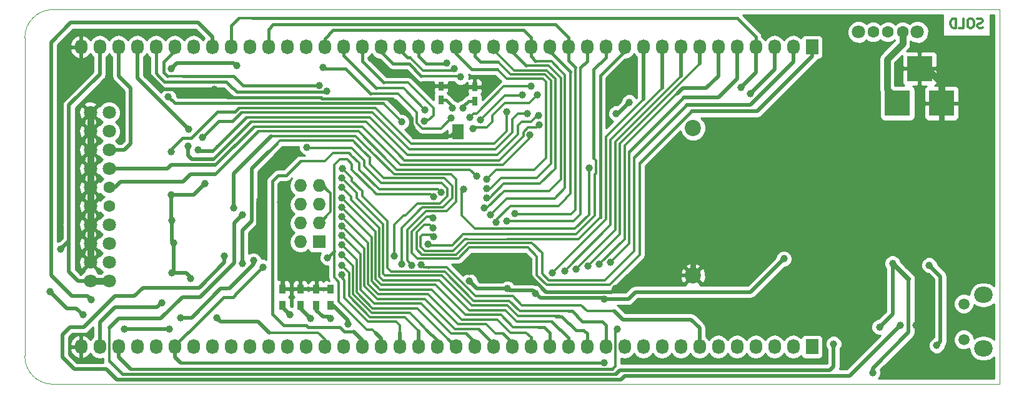
<source format=gbl>
G04 #@! TF.FileFunction,Copper,L2,Bot,Signal*
%FSLAX46Y46*%
G04 Gerber Fmt 4.6, Leading zero omitted, Abs format (unit mm)*
G04 Created by KiCad (PCBNEW 4.0.1-stable) date 9/28/2017 6:23:12 PM*
%MOMM*%
G01*
G04 APERTURE LIST*
%ADD10C,0.150000*%
%ADD11C,0.100000*%
%ADD12C,0.300000*%
%ADD13C,1.500000*%
%ADD14O,2.500000X2.200000*%
%ADD15R,1.727200X1.727200*%
%ADD16O,1.727200X1.727200*%
%ADD17C,1.000760*%
%ADD18R,1.600000X2.000000*%
%ADD19C,2.200000*%
%ADD20R,0.750000X1.200000*%
%ADD21R,3.500120X3.500120*%
%ADD22R,1.727200X2.032000*%
%ADD23O,1.727200X2.032000*%
%ADD24C,1.800000*%
%ADD25C,1.600000*%
%ADD26R,0.900000X1.200000*%
%ADD27C,1.000000*%
%ADD28C,0.508000*%
%ADD29C,0.304800*%
%ADD30C,0.381000*%
%ADD31C,0.889000*%
%ADD32C,0.635000*%
%ADD33C,0.254000*%
%ADD34C,0.762000*%
G04 APERTURE END LIST*
D10*
D11*
X220980000Y-127127000D02*
X220980000Y-120015000D01*
D12*
X218712142Y-83699048D02*
X218530714Y-83759524D01*
X218228333Y-83759524D01*
X218107380Y-83699048D01*
X218046904Y-83638571D01*
X217986428Y-83517619D01*
X217986428Y-83396667D01*
X218046904Y-83275714D01*
X218107380Y-83215238D01*
X218228333Y-83154762D01*
X218470237Y-83094286D01*
X218591190Y-83033810D01*
X218651666Y-82973333D01*
X218712142Y-82852381D01*
X218712142Y-82731429D01*
X218651666Y-82610476D01*
X218591190Y-82550000D01*
X218470237Y-82489524D01*
X218167857Y-82489524D01*
X217986428Y-82550000D01*
X217200237Y-82489524D02*
X216958333Y-82489524D01*
X216837380Y-82550000D01*
X216716428Y-82670952D01*
X216655952Y-82912857D01*
X216655952Y-83336190D01*
X216716428Y-83578095D01*
X216837380Y-83699048D01*
X216958333Y-83759524D01*
X217200237Y-83759524D01*
X217321190Y-83699048D01*
X217442142Y-83578095D01*
X217502618Y-83336190D01*
X217502618Y-82912857D01*
X217442142Y-82670952D01*
X217321190Y-82550000D01*
X217200237Y-82489524D01*
X215506904Y-83759524D02*
X216111666Y-83759524D01*
X216111666Y-82489524D01*
X215083571Y-83759524D02*
X215083571Y-82489524D01*
X214781190Y-82489524D01*
X214599762Y-82550000D01*
X214478809Y-82670952D01*
X214418333Y-82791905D01*
X214357857Y-83033810D01*
X214357857Y-83215238D01*
X214418333Y-83457143D01*
X214478809Y-83578095D01*
X214599762Y-83699048D01*
X214781190Y-83759524D01*
X215083571Y-83759524D01*
D11*
X220980000Y-120015000D02*
X220980000Y-81280000D01*
X220980000Y-132080000D02*
X220980000Y-127127000D01*
X92710000Y-81280000D02*
X218440000Y-81280000D01*
X92710000Y-132080000D02*
X220980000Y-132080000D01*
X88900000Y-85090000D02*
X88900000Y-128270000D01*
X88900000Y-128270000D02*
G75*
G03X92710000Y-132080000I3810000J0D01*
G01*
X92710000Y-81280000D02*
G75*
G03X88900000Y-85090000I0J-3810000D01*
G01*
X218440000Y-81280000D02*
X220980000Y-81280000D01*
D13*
X216154000Y-126021400D03*
D14*
X218804000Y-127221400D03*
D13*
X216154000Y-121171400D03*
D14*
X218804000Y-119971400D03*
D15*
X128778000Y-112776000D03*
D16*
X126238000Y-112776000D03*
X128778000Y-110236000D03*
X126238000Y-110236000D03*
X128778000Y-107696000D03*
X126238000Y-107696000D03*
X128778000Y-105156000D03*
X126238000Y-105156000D03*
D17*
X146824700Y-94615000D03*
X148323300Y-94615000D03*
D18*
X147574000Y-97865000D03*
D19*
X179451000Y-97348040D03*
X179451000Y-117348000D03*
D20*
X149860000Y-93660000D03*
X149860000Y-91760000D03*
X145288000Y-93533000D03*
X145288000Y-91633000D03*
D21*
X207159860Y-93980000D03*
X213159340Y-93980000D03*
X210159600Y-89281000D03*
D22*
X195580000Y-86360000D03*
D23*
X193040000Y-86360000D03*
X190500000Y-86360000D03*
X187960000Y-86360000D03*
X185420000Y-86360000D03*
X182880000Y-86360000D03*
X180340000Y-86360000D03*
X177800000Y-86360000D03*
X175260000Y-86360000D03*
X172720000Y-86360000D03*
X170180000Y-86360000D03*
X167640000Y-86360000D03*
X165100000Y-86360000D03*
X162560000Y-86360000D03*
X160020000Y-86360000D03*
X157480000Y-86360000D03*
X154940000Y-86360000D03*
X152400000Y-86360000D03*
X149860000Y-86360000D03*
X147320000Y-86360000D03*
X144780000Y-86360000D03*
X142240000Y-86360000D03*
X139700000Y-86360000D03*
X137160000Y-86360000D03*
X134620000Y-86360000D03*
X132080000Y-86360000D03*
X129540000Y-86360000D03*
X127000000Y-86360000D03*
X124460000Y-86360000D03*
X121920000Y-86360000D03*
X119380000Y-86360000D03*
X116840000Y-86360000D03*
X114300000Y-86360000D03*
X111760000Y-86360000D03*
X109220000Y-86360000D03*
X106680000Y-86360000D03*
X104140000Y-86360000D03*
X101600000Y-86360000D03*
X99060000Y-86360000D03*
X96520000Y-86360000D03*
D24*
X100330000Y-118110000D03*
X97790000Y-118110000D03*
X100330000Y-115570000D03*
X97790000Y-115570000D03*
X100330000Y-113030000D03*
X97790000Y-113030000D03*
X100330000Y-110490000D03*
X97790000Y-110490000D03*
D25*
X100330000Y-107950000D03*
D24*
X97790000Y-107950000D03*
D25*
X100330000Y-105410000D03*
D24*
X97790000Y-105410000D03*
X100330000Y-102870000D03*
X97790000Y-102870000D03*
X100330000Y-100330000D03*
X97790000Y-100330000D03*
X100330000Y-97790000D03*
X97790000Y-97790000D03*
X100330000Y-95250000D03*
X97790000Y-95250000D03*
D22*
X195580000Y-127000000D03*
D23*
X193040000Y-127000000D03*
X190500000Y-127000000D03*
X187960000Y-127000000D03*
X185420000Y-127000000D03*
X182880000Y-127000000D03*
X180340000Y-127000000D03*
X177800000Y-127000000D03*
X175260000Y-127000000D03*
X172720000Y-127000000D03*
X170180000Y-127000000D03*
X167640000Y-127000000D03*
X165100000Y-127000000D03*
X162560000Y-127000000D03*
X160020000Y-127000000D03*
X157480000Y-127000000D03*
X154940000Y-127000000D03*
X152400000Y-127000000D03*
X149860000Y-127000000D03*
X147320000Y-127000000D03*
X144780000Y-127000000D03*
X142240000Y-127000000D03*
X139700000Y-127000000D03*
X137160000Y-127000000D03*
X134620000Y-127000000D03*
X132080000Y-127000000D03*
X129540000Y-127000000D03*
X127000000Y-127000000D03*
X124460000Y-127000000D03*
X121920000Y-127000000D03*
X119380000Y-127000000D03*
X116840000Y-127000000D03*
X114300000Y-127000000D03*
X111760000Y-127000000D03*
X109220000Y-127000000D03*
X106680000Y-127000000D03*
X104140000Y-127000000D03*
X101600000Y-127000000D03*
X99060000Y-127000000D03*
X96520000Y-127000000D03*
D26*
X130302000Y-121369000D03*
X130302000Y-119169000D03*
X128397000Y-121369000D03*
X128397000Y-119169000D03*
X126238000Y-121369000D03*
X126238000Y-119169000D03*
X123825000Y-121369000D03*
X123825000Y-119169000D03*
D25*
X207867000Y-84328000D03*
X205867000Y-84328000D03*
X203867000Y-84328000D03*
D24*
X201867000Y-84328000D03*
X209867000Y-84328000D03*
D27*
X203800000Y-130500000D03*
X204724000Y-124333000D03*
X109093000Y-112903000D03*
X111379000Y-117729000D03*
X113284000Y-104902000D03*
X170815000Y-93853000D03*
X108712000Y-89281000D03*
X117602000Y-88900000D03*
X139954000Y-96520000D03*
X108331000Y-93091000D03*
X169037000Y-95377000D03*
X191770000Y-115062000D03*
X167386000Y-120523000D03*
X149161500Y-118110000D03*
X154305000Y-119126000D03*
X158115000Y-119761000D03*
X108712000Y-106426000D03*
X108839000Y-109855000D03*
X108839000Y-116967000D03*
X206502000Y-115697000D03*
X93726000Y-113792000D03*
X212471000Y-126809500D03*
X109982000Y-123063000D03*
X107442000Y-121031000D03*
X119888000Y-115316000D03*
X211455000Y-115951000D03*
X150114000Y-103886000D03*
X185928000Y-91821000D03*
X92329000Y-119507000D03*
X96774000Y-122682000D03*
X102362000Y-124587000D03*
X108458000Y-124587000D03*
X114935000Y-123063000D03*
X143129000Y-94869000D03*
X151511000Y-106807000D03*
X143573500Y-113093500D03*
X144208500Y-110871000D03*
X143002000Y-96393000D03*
X151130000Y-108204000D03*
X144272000Y-112077500D03*
X144208500Y-109537500D03*
X154178000Y-95123000D03*
X108712000Y-100584000D03*
X157353000Y-98298000D03*
X158623000Y-96901000D03*
X110998000Y-99822000D03*
X158496000Y-95631000D03*
X112395000Y-100330000D03*
X187198000Y-92710000D03*
X97917000Y-120650000D03*
X121158000Y-116205000D03*
X167386000Y-129159000D03*
X129921000Y-114935000D03*
X144272000Y-106680000D03*
X117221000Y-108204000D03*
X141351000Y-115951000D03*
X146685000Y-96012000D03*
X129286000Y-89154000D03*
X156972000Y-95377000D03*
X113000000Y-98600000D03*
X120523000Y-111379000D03*
X120777000Y-107061000D03*
X209677000Y-124079000D03*
X210566000Y-118808500D03*
X123571000Y-107442000D03*
X136906000Y-88773000D03*
X141351000Y-97282000D03*
X169164000Y-93472000D03*
X168910000Y-90043000D03*
X204724000Y-100711000D03*
X196469000Y-94361000D03*
X189103000Y-97409000D03*
X193040000Y-93091000D03*
X168910000Y-119126000D03*
X156908500Y-117094000D03*
X149098000Y-116840000D03*
X105537000Y-89916000D03*
X114554000Y-92075000D03*
X129794000Y-92329000D03*
X128778000Y-91567000D03*
X127127000Y-99949000D03*
X111125000Y-97536000D03*
X138938000Y-114681000D03*
X118364000Y-115697000D03*
X139954000Y-115824000D03*
X165354000Y-102743000D03*
X148336000Y-105664000D03*
X150622000Y-96266000D03*
X156337000Y-92837000D03*
X157480000Y-91694000D03*
X149225000Y-95885000D03*
X149606000Y-97409000D03*
X158369000Y-92837000D03*
X132715000Y-123952000D03*
X130302000Y-123190000D03*
X127635000Y-123190000D03*
X124841000Y-122682000D03*
X168275000Y-115570000D03*
X166751000Y-115824000D03*
X151511000Y-105537000D03*
X151511000Y-104267000D03*
X146050000Y-88519000D03*
X147066000Y-89281000D03*
X147955000Y-90424000D03*
X142621000Y-115887500D03*
X131953000Y-102870000D03*
X131826000Y-104140000D03*
X131826000Y-105410000D03*
X131826000Y-106807000D03*
X131826000Y-108077000D03*
X131826000Y-109347000D03*
X131826000Y-110617000D03*
X131826000Y-111887000D03*
X131826000Y-113157000D03*
X131826000Y-114554000D03*
X131826000Y-115951000D03*
X131826000Y-117221000D03*
X145288000Y-106045000D03*
X169164000Y-124587000D03*
X207518000Y-124079000D03*
X115951000Y-114681000D03*
X118364000Y-109093000D03*
X198501000Y-126619000D03*
X165227000Y-116078000D03*
X163576000Y-116459000D03*
X162052000Y-116713000D03*
X160401000Y-116967000D03*
X154178000Y-109982000D03*
X155321000Y-108966000D03*
X152781000Y-110109000D03*
X152019000Y-109093000D03*
D28*
X208661000Y-125039000D02*
X203800000Y-129900000D01*
X203800000Y-129900000D02*
X203800000Y-130500000D01*
X208661000Y-124000000D02*
X208661000Y-125039000D01*
X206502000Y-122555000D02*
X206502000Y-115697000D01*
X204724000Y-124333000D02*
X206502000Y-122555000D01*
X111379000Y-117729000D02*
X111379000Y-117602000D01*
X110744000Y-116967000D02*
X108839000Y-116967000D01*
X111379000Y-117602000D02*
X110744000Y-116967000D01*
X109093000Y-112903000D02*
X109093000Y-116713000D01*
X109093000Y-116713000D02*
X108839000Y-116967000D01*
X108839000Y-109855000D02*
X108839000Y-112649000D01*
X108839000Y-112649000D02*
X109093000Y-112903000D01*
X108712000Y-106426000D02*
X108712000Y-109728000D01*
X108712000Y-109728000D02*
X108839000Y-109855000D01*
X113284000Y-104902000D02*
X111760000Y-106426000D01*
X111760000Y-106426000D02*
X108712000Y-106426000D01*
D29*
X111760000Y-106426000D02*
X108712000Y-106426000D01*
X169037000Y-95377000D02*
X169291000Y-95377000D01*
D28*
X169291000Y-95377000D02*
X170815000Y-93853000D01*
X111633000Y-88519000D02*
X109474000Y-88519000D01*
X109474000Y-88519000D02*
X108712000Y-89281000D01*
X117221000Y-88519000D02*
X111633000Y-88519000D01*
D29*
X111633000Y-88519000D02*
X111252000Y-88519000D01*
D28*
X117602000Y-88900000D02*
X117221000Y-88519000D01*
D29*
X139954000Y-96520000D02*
X137414000Y-93980000D01*
D30*
X137414000Y-93980000D02*
X109220000Y-93980000D01*
X109220000Y-93980000D02*
X108331000Y-93091000D01*
D28*
X169164000Y-95377000D02*
X169037000Y-95377000D01*
X171640500Y-119570500D02*
X187261500Y-119570500D01*
X187261500Y-119570500D02*
X191770000Y-115062000D01*
X167386000Y-120523000D02*
X170688000Y-120523000D01*
X170688000Y-120523000D02*
X171640500Y-119570500D01*
X167259000Y-120396000D02*
X158750000Y-120396000D01*
X158750000Y-120396000D02*
X158115000Y-119761000D01*
D29*
X167386000Y-120523000D02*
X167259000Y-120396000D01*
D28*
X150177500Y-119126000D02*
X154305000Y-119126000D01*
X149161500Y-118110000D02*
X150177500Y-119126000D01*
D29*
X154305000Y-119126000D02*
X154559000Y-119380000D01*
D28*
X157734000Y-119380000D02*
X158115000Y-119761000D01*
X154559000Y-119380000D02*
X157734000Y-119380000D01*
D30*
X108839000Y-116967000D02*
X109093000Y-116713000D01*
D28*
X94869000Y-94234000D02*
X99060000Y-90043000D01*
X99060000Y-90043000D02*
X99060000Y-86360000D01*
X94869000Y-110490000D02*
X94869000Y-94234000D01*
X94869000Y-116840000D02*
X94869000Y-110490000D01*
X97790000Y-118110000D02*
X96139000Y-118110000D01*
X96139000Y-118110000D02*
X94869000Y-116840000D01*
D31*
X97790000Y-118110000D02*
X100330000Y-118110000D01*
D32*
X206502000Y-115697000D02*
X208661000Y-117856000D01*
D28*
X208661000Y-117856000D02*
X208661000Y-124000000D01*
X93726000Y-113792000D02*
X94869000Y-112649000D01*
D29*
X94869000Y-112649000D02*
X94869000Y-110617000D01*
X94869000Y-110617000D02*
X94742000Y-110490000D01*
X94742000Y-110490000D02*
X94869000Y-110490000D01*
D28*
X212979000Y-126301500D02*
X212979000Y-117792500D01*
X212471000Y-126809500D02*
X212979000Y-126301500D01*
X119888000Y-115316000D02*
X119888000Y-115824000D01*
X119888000Y-115824000D02*
X119253000Y-116459000D01*
X101092000Y-121666000D02*
X106807000Y-121666000D01*
X101092000Y-121666000D02*
X99060000Y-123698000D01*
X99060000Y-127000000D02*
X99060000Y-123698000D01*
X109982000Y-123063000D02*
X111506000Y-123063000D01*
X111506000Y-123063000D02*
X115443000Y-119126000D01*
X115443000Y-119126000D02*
X116332000Y-119126000D01*
X106807000Y-121666000D02*
X107442000Y-121031000D01*
D29*
X116586000Y-119126000D02*
X116332000Y-119126000D01*
D28*
X119253000Y-116459000D02*
X116586000Y-119126000D01*
D29*
X116332000Y-119126000D02*
X115951000Y-119126000D01*
X115951000Y-119126000D02*
X115824000Y-119126000D01*
D28*
X212979000Y-117475000D02*
X211455000Y-115951000D01*
X212979000Y-117792500D02*
X212979000Y-117475000D01*
X100330000Y-105410000D02*
X101092000Y-105410000D01*
D30*
X120523000Y-97790000D02*
X116713000Y-101600000D01*
D29*
X130683000Y-97790000D02*
X120523000Y-97790000D01*
X138557000Y-102235000D02*
X134112000Y-97790000D01*
X134112000Y-97790000D02*
X130683000Y-97790000D01*
X149225000Y-102997000D02*
X139319000Y-102997000D01*
X139319000Y-102997000D02*
X138557000Y-102235000D01*
X150114000Y-103886000D02*
X149225000Y-102997000D01*
D28*
X114681000Y-103632000D02*
X111379000Y-103632000D01*
D30*
X116713000Y-101600000D02*
X114681000Y-103632000D01*
D28*
X110363000Y-104648000D02*
X111379000Y-103632000D01*
X101854000Y-104648000D02*
X110363000Y-104648000D01*
X101092000Y-105410000D02*
X101854000Y-104648000D01*
X187960000Y-89789000D02*
X187960000Y-86360000D01*
X185928000Y-91821000D02*
X187960000Y-89789000D01*
D30*
X187960000Y-84963000D02*
X185420000Y-82423000D01*
D29*
X119761000Y-82423000D02*
X119634000Y-82423000D01*
D30*
X185420000Y-82423000D02*
X119761000Y-82423000D01*
X187960000Y-86360000D02*
X187960000Y-84963000D01*
X117856000Y-82423000D02*
X116840000Y-83439000D01*
X116840000Y-83439000D02*
X116840000Y-86360000D01*
D29*
X119761000Y-82423000D02*
X117856000Y-82423000D01*
D28*
X108458000Y-124587000D02*
X102362000Y-124587000D01*
X94615000Y-121793000D02*
X92329000Y-119507000D01*
X95885000Y-121793000D02*
X94615000Y-121793000D01*
X96774000Y-122682000D02*
X95885000Y-121793000D01*
X120523000Y-123571000D02*
X115443000Y-123571000D01*
D29*
X128651000Y-125095000D02*
X122047000Y-125095000D01*
D28*
X122047000Y-125095000D02*
X120523000Y-123571000D01*
D29*
X129540000Y-125984000D02*
X128651000Y-125095000D01*
X108458000Y-124587000D02*
X108331000Y-124714000D01*
D28*
X115443000Y-123571000D02*
X114935000Y-123063000D01*
D29*
X129540000Y-127000000D02*
X129540000Y-125984000D01*
D30*
X132080000Y-86360000D02*
X132080000Y-87503000D01*
X132080000Y-87503000D02*
X133223000Y-88646000D01*
D29*
X143129000Y-94869000D02*
X140208000Y-91948000D01*
X140208000Y-91948000D02*
X136525000Y-91948000D01*
D30*
X136525000Y-91948000D02*
X133223000Y-88646000D01*
D29*
X133223000Y-88646000D02*
X132080000Y-87503000D01*
D33*
X152400000Y-86741000D02*
X152400000Y-86360000D01*
D29*
X159956500Y-89852500D02*
X159639000Y-89535000D01*
X159639000Y-89535000D02*
X155194000Y-89535000D01*
X155194000Y-89535000D02*
X152400000Y-86741000D01*
X151892000Y-106807000D02*
X153797000Y-104902000D01*
X153797000Y-104902000D02*
X158686500Y-104902000D01*
X158686500Y-104902000D02*
X160782000Y-102806500D01*
X160782000Y-102806500D02*
X160782000Y-90678000D01*
X160782000Y-90678000D02*
X159956500Y-89852500D01*
X151511000Y-106807000D02*
X151892000Y-106807000D01*
X148272500Y-111760000D02*
X148971000Y-111760000D01*
X146812000Y-113220500D02*
X148272500Y-111760000D01*
X143700500Y-113220500D02*
X146812000Y-113220500D01*
X143573500Y-113093500D02*
X143700500Y-113220500D01*
X161290000Y-111760000D02*
X163576000Y-111760000D01*
X163576000Y-111760000D02*
X165798500Y-109537500D01*
X153670000Y-111760000D02*
X161290000Y-111760000D01*
X148971000Y-111760000D02*
X153670000Y-111760000D01*
X153670000Y-111760000D02*
X154305000Y-111760000D01*
D33*
X167640000Y-86995000D02*
X167640000Y-86360000D01*
D29*
X166179500Y-109156500D02*
X166179500Y-103632000D01*
X166179500Y-103632000D02*
X166306500Y-103505000D01*
X166306500Y-103505000D02*
X166306500Y-101727000D01*
X166306500Y-101727000D02*
X165989000Y-101409500D01*
D30*
X165989000Y-101409500D02*
X165989000Y-89408000D01*
X165989000Y-89408000D02*
X167640000Y-87757000D01*
X167640000Y-87757000D02*
X167640000Y-86360000D01*
D29*
X165798500Y-109537500D02*
X166179500Y-109156500D01*
D28*
X178562000Y-94234000D02*
X187198000Y-94234000D01*
X187198000Y-94234000D02*
X191262000Y-90170000D01*
D29*
X142494000Y-110998000D02*
X141986000Y-111506000D01*
X141986000Y-111506000D02*
X141986000Y-112141000D01*
X141986000Y-112141000D02*
X141986000Y-113792000D01*
X141986000Y-113792000D02*
X142684500Y-114490500D01*
X142684500Y-114490500D02*
X147383500Y-114490500D01*
X159004000Y-116268500D02*
X159004000Y-117094000D01*
X159004000Y-117094000D02*
X159893000Y-117983000D01*
X147383500Y-114490500D02*
X148971000Y-112903000D01*
X148971000Y-112903000D02*
X157607000Y-112903000D01*
X157607000Y-112903000D02*
X159004000Y-114300000D01*
X159004000Y-114300000D02*
X159004000Y-116268500D01*
X159893000Y-117983000D02*
X167513000Y-117983000D01*
X167513000Y-117983000D02*
X171450000Y-114046000D01*
X171450000Y-114046000D02*
X171450000Y-101346000D01*
D30*
X171450000Y-101346000D02*
X178562000Y-94234000D01*
D28*
X191262000Y-90170000D02*
X193040000Y-88392000D01*
X193040000Y-88392000D02*
X193040000Y-86360000D01*
D29*
X143065500Y-110426500D02*
X142494000Y-110998000D01*
X143764000Y-110426500D02*
X143065500Y-110426500D01*
X144208500Y-110871000D02*
X143764000Y-110426500D01*
X139446000Y-91186000D02*
X140843000Y-91186000D01*
X140843000Y-91186000D02*
X144272000Y-94615000D01*
D30*
X134620000Y-88265000D02*
X134620000Y-86360000D01*
X137541000Y-91186000D02*
X134620000Y-88265000D01*
D29*
X139446000Y-91186000D02*
X137541000Y-91186000D01*
X143002000Y-96393000D02*
X143129000Y-96266000D01*
X143129000Y-96266000D02*
X143637000Y-96266000D01*
X143637000Y-96266000D02*
X144272000Y-95631000D01*
X144272000Y-95631000D02*
X144272000Y-94615000D01*
D30*
X156845000Y-88900000D02*
X154940000Y-86995000D01*
D29*
X159893000Y-88900000D02*
X156845000Y-88900000D01*
X160147000Y-89154000D02*
X159893000Y-88900000D01*
D33*
X154940000Y-86995000D02*
X154940000Y-86360000D01*
D29*
X151511000Y-108204000D02*
X153860500Y-105854500D01*
X153860500Y-105854500D02*
X159956500Y-105854500D01*
X159956500Y-105854500D02*
X161544000Y-104267000D01*
X161544000Y-104267000D02*
X161544000Y-90551000D01*
X161544000Y-90551000D02*
X160147000Y-89154000D01*
X151130000Y-108204000D02*
X151511000Y-108204000D01*
X144589500Y-113995199D02*
X146926301Y-113995199D01*
X148526500Y-112395000D02*
X148907500Y-112395000D01*
X146926301Y-113995199D02*
X148526500Y-112395000D01*
X142557500Y-112585500D02*
X142557500Y-113411000D01*
X142557500Y-113411000D02*
X143141699Y-113995199D01*
X143141699Y-113995199D02*
X144589500Y-113995199D01*
X144589500Y-113995199D02*
X144830801Y-113995199D01*
X142557500Y-112077500D02*
X142557500Y-112585500D01*
X142811500Y-111823500D02*
X142557500Y-112077500D01*
X144018000Y-111823500D02*
X142811500Y-111823500D01*
X144272000Y-112077500D02*
X144018000Y-111823500D01*
X162306000Y-112395000D02*
X163957000Y-112395000D01*
D33*
X148907500Y-112395000D02*
X154305000Y-112395000D01*
D29*
X154305000Y-112395000D02*
X162306000Y-112395000D01*
X163957000Y-112395000D02*
X166878000Y-109474000D01*
D30*
X166878000Y-109474000D02*
X166878000Y-98869500D01*
D33*
X170180000Y-86360000D02*
X170180000Y-86360000D01*
D29*
X170180000Y-86931500D02*
X170180000Y-86360000D01*
D30*
X166878000Y-90233500D02*
X170180000Y-86931500D01*
X166878000Y-98869500D02*
X166878000Y-90233500D01*
D28*
X179260500Y-95059500D02*
X188150500Y-95059500D01*
X188150500Y-95059500D02*
X192405000Y-90805000D01*
D29*
X149161500Y-113538000D02*
X149479000Y-113538000D01*
X147701000Y-114998500D02*
X149161500Y-113538000D01*
X142875000Y-114998500D02*
X147701000Y-114998500D01*
X142303500Y-110426500D02*
X141351000Y-111379000D01*
X142811500Y-109918500D02*
X142303500Y-110426500D01*
X141351000Y-111379000D02*
X141351000Y-112903000D01*
X143383000Y-109347000D02*
X142811500Y-109918500D01*
X144018000Y-109347000D02*
X143383000Y-109347000D01*
X144208500Y-109537500D02*
X144018000Y-109347000D01*
X141351000Y-112903000D02*
X141351000Y-114236500D01*
D28*
X192405000Y-90805000D02*
X195580000Y-87630000D01*
D30*
X172212000Y-102108000D02*
X179260500Y-95059500D01*
D29*
X172212000Y-114554000D02*
X172212000Y-102108000D01*
X168148000Y-118618000D02*
X172212000Y-114554000D01*
X159639000Y-118618000D02*
X168148000Y-118618000D01*
X158305500Y-117284500D02*
X159639000Y-118618000D01*
X158305500Y-114744500D02*
X158305500Y-117284500D01*
X157099000Y-113538000D02*
X158305500Y-114744500D01*
X149479000Y-113538000D02*
X157099000Y-113538000D01*
D28*
X195580000Y-87630000D02*
X195580000Y-86360000D01*
D29*
X141351000Y-112903000D02*
X141351000Y-112966500D01*
X142113000Y-114998500D02*
X141351000Y-114236500D01*
X142875000Y-114998500D02*
X142113000Y-114998500D01*
X154178000Y-95123000D02*
X154178000Y-97790000D01*
X154178000Y-97790000D02*
X152527000Y-99441000D01*
X152527000Y-99441000D02*
X141224000Y-99441000D01*
X141224000Y-99441000D02*
X136398000Y-94615000D01*
X136398000Y-94615000D02*
X117856000Y-94615000D01*
D30*
X110236000Y-98679000D02*
X108712000Y-100203000D01*
D29*
X108712000Y-100203000D02*
X108712000Y-100584000D01*
X120650000Y-94615000D02*
X117856000Y-94615000D01*
X108712000Y-100203000D02*
X108712000Y-100584000D01*
X110236000Y-98679000D02*
X108712000Y-100203000D01*
X151257000Y-99441000D02*
X151257000Y-99441000D01*
X151257000Y-99441000D02*
X141224000Y-99441000D01*
X141224000Y-99441000D02*
X136398000Y-94615000D01*
X136398000Y-94615000D02*
X120650000Y-94615000D01*
D30*
X111421000Y-98679000D02*
X112800000Y-97300000D01*
X111200000Y-98679000D02*
X111421000Y-98679000D01*
X111200000Y-98679000D02*
X110236000Y-98679000D01*
X115000000Y-95100000D02*
X117371000Y-95100000D01*
X117371000Y-95100000D02*
X117856000Y-94615000D01*
X112800000Y-97300000D02*
X115000000Y-95100000D01*
D28*
X114681000Y-102362000D02*
X108712000Y-102362000D01*
X108712000Y-102362000D02*
X108204000Y-102870000D01*
D29*
X131318000Y-97155000D02*
X119888000Y-97155000D01*
D30*
X119888000Y-97155000D02*
X114681000Y-102362000D01*
D28*
X108204000Y-102870000D02*
X100330000Y-102870000D01*
D29*
X138938000Y-101473000D02*
X134620000Y-97155000D01*
X134620000Y-97155000D02*
X131318000Y-97155000D01*
X139827000Y-102362000D02*
X138938000Y-101473000D01*
X153162000Y-102362000D02*
X139827000Y-102362000D01*
X157353000Y-98298000D02*
X157226000Y-98425000D01*
X157226000Y-98425000D02*
X157226000Y-98806000D01*
X157226000Y-98806000D02*
X153670000Y-102362000D01*
X153670000Y-102362000D02*
X153162000Y-102362000D01*
X158623000Y-96901000D02*
X158242000Y-97282000D01*
X158242000Y-97282000D02*
X157099000Y-97282000D01*
X153162000Y-101727000D02*
X152527000Y-101727000D01*
X156464000Y-98425000D02*
X153162000Y-101727000D01*
X156464000Y-97917000D02*
X156464000Y-98425000D01*
X157099000Y-97282000D02*
X156464000Y-97917000D01*
X152908000Y-101727000D02*
X152527000Y-101727000D01*
X158623000Y-96901000D02*
X158242000Y-97282000D01*
X121158000Y-96520000D02*
X119507000Y-96520000D01*
D28*
X110998000Y-101092000D02*
X110998000Y-99822000D01*
X111506000Y-101600000D02*
X110998000Y-101092000D01*
X114427000Y-101600000D02*
X111506000Y-101600000D01*
D30*
X119507000Y-96520000D02*
X114427000Y-101600000D01*
D29*
X152527000Y-101727000D02*
X140335000Y-101727000D01*
X140335000Y-101727000D02*
X139446000Y-100838000D01*
X135128000Y-96520000D02*
X131826000Y-96520000D01*
X139446000Y-100838000D02*
X135128000Y-96520000D01*
X131826000Y-96520000D02*
X121158000Y-96520000D01*
X158496000Y-95631000D02*
X158369000Y-95631000D01*
X155702000Y-98171000D02*
X152908000Y-100965000D01*
X155702000Y-97028000D02*
X155702000Y-98171000D01*
X156210000Y-96520000D02*
X155702000Y-97028000D01*
X157480000Y-96520000D02*
X156210000Y-96520000D01*
X158369000Y-95631000D02*
X157480000Y-96520000D01*
D30*
X114998500Y-99758500D02*
X114300000Y-100457000D01*
D28*
X112522000Y-100457000D02*
X112395000Y-100330000D01*
X114300000Y-100457000D02*
X112522000Y-100457000D01*
D29*
X152146000Y-100965000D02*
X140716000Y-100965000D01*
X152908000Y-100965000D02*
X152146000Y-100965000D01*
X140335000Y-100584000D02*
X135636000Y-95885000D01*
X135636000Y-95885000D02*
X132207000Y-95885000D01*
X140716000Y-100965000D02*
X140335000Y-100584000D01*
X132461000Y-95885000D02*
X132207000Y-95885000D01*
X132207000Y-95885000D02*
X118872000Y-95885000D01*
D30*
X118872000Y-95885000D02*
X114998500Y-99758500D01*
D29*
X114998500Y-99758500D02*
X114935000Y-99822000D01*
D28*
X190500000Y-89408000D02*
X190500000Y-86360000D01*
X187198000Y-92710000D02*
X190500000Y-89408000D01*
X114300000Y-84963000D02*
X114300000Y-86360000D01*
X112395000Y-83058000D02*
X114300000Y-84963000D01*
X95123000Y-83058000D02*
X112395000Y-83058000D01*
X92456000Y-85725000D02*
X95123000Y-83058000D01*
X92456000Y-117348000D02*
X92456000Y-85725000D01*
X95250000Y-120142000D02*
X92456000Y-117348000D01*
X97409000Y-120142000D02*
X95250000Y-120142000D01*
X97917000Y-120650000D02*
X97409000Y-120142000D01*
D30*
X112776000Y-123317000D02*
X115824000Y-120269000D01*
X117094000Y-120269000D02*
X117729000Y-119634000D01*
X115824000Y-120269000D02*
X117094000Y-120269000D01*
X112776000Y-123317000D02*
X109283500Y-126809500D01*
X120523000Y-116840000D02*
X117729000Y-119634000D01*
D29*
X120523000Y-116840000D02*
X120523000Y-116840000D01*
D30*
X121158000Y-116205000D02*
X120523000Y-116840000D01*
D29*
X109220000Y-126746000D02*
X109220000Y-127000000D01*
D30*
X164338000Y-129159000D02*
X109982000Y-129159000D01*
X167386000Y-129159000D02*
X164338000Y-129159000D01*
D28*
X109220000Y-128397000D02*
X109220000Y-127000000D01*
X109982000Y-129159000D02*
X109220000Y-128397000D01*
D30*
X130810000Y-114046000D02*
X129921000Y-114935000D01*
D29*
X130810000Y-113538000D02*
X130810000Y-114046000D01*
X143002000Y-106299000D02*
X142367000Y-106299000D01*
X142367000Y-106299000D02*
X136525000Y-106299000D01*
X143891000Y-106299000D02*
X143002000Y-106299000D01*
X144272000Y-106680000D02*
X143891000Y-106299000D01*
X132334000Y-101600000D02*
X131572000Y-101600000D01*
X131572000Y-101600000D02*
X130810000Y-102362000D01*
X130810000Y-102362000D02*
X130810000Y-113538000D01*
X130810000Y-113538000D02*
X130810000Y-114681000D01*
X130810000Y-117602000D02*
X131064000Y-117856000D01*
X131064000Y-117856000D02*
X131445000Y-118237000D01*
X131445000Y-118237000D02*
X131445000Y-120904000D01*
X131445000Y-120904000D02*
X135255000Y-124714000D01*
X135255000Y-124714000D02*
X136017000Y-124714000D01*
X136398000Y-125095000D02*
X137160000Y-125857000D01*
X136017000Y-124714000D02*
X136398000Y-125095000D01*
X130810000Y-114681000D02*
X130810000Y-117602000D01*
X133223000Y-102616000D02*
X133223000Y-102235000D01*
X132588000Y-101600000D02*
X132334000Y-101600000D01*
X133223000Y-102235000D02*
X132588000Y-101600000D01*
X136525000Y-106299000D02*
X136144000Y-105918000D01*
X133223000Y-102997000D02*
X133223000Y-102616000D01*
X136525000Y-106299000D02*
X136144000Y-105918000D01*
X136144000Y-105918000D02*
X133223000Y-102997000D01*
D28*
X137160000Y-125857000D02*
X136398000Y-125095000D01*
X137160000Y-127000000D02*
X137160000Y-125857000D01*
D29*
X123317000Y-98425000D02*
X122301000Y-98425000D01*
D28*
X117221000Y-103505000D02*
X117221000Y-108204000D01*
X122301000Y-98425000D02*
X117221000Y-103505000D01*
D29*
X135763000Y-100457000D02*
X134493000Y-99187000D01*
X133731000Y-98425000D02*
X123317000Y-98425000D01*
X134493000Y-99187000D02*
X133731000Y-98425000D01*
X138938000Y-103632000D02*
X135763000Y-100457000D01*
X135763000Y-100457000D02*
X135636000Y-100330000D01*
X146685000Y-103632000D02*
X138938000Y-103632000D01*
X147320000Y-104267000D02*
X146685000Y-103632000D01*
X147320000Y-107315000D02*
X147320000Y-104267000D01*
X146050000Y-108585000D02*
X147320000Y-107315000D01*
X143256000Y-108585000D02*
X146050000Y-108585000D01*
X140716000Y-111125000D02*
X143256000Y-108585000D01*
X140716000Y-115316000D02*
X140716000Y-111125000D01*
X141351000Y-115951000D02*
X140716000Y-115316000D01*
D28*
X100330000Y-100330000D02*
X102362000Y-100330000D01*
X102362000Y-100330000D02*
X103251000Y-99441000D01*
X103251000Y-99441000D02*
X103251000Y-91948000D01*
X103251000Y-91948000D02*
X101600000Y-90297000D01*
X101600000Y-90297000D02*
X101600000Y-86360000D01*
D29*
X141986000Y-95250000D02*
X139446000Y-92710000D01*
D30*
X135763000Y-92710000D02*
X132969000Y-89916000D01*
D29*
X137795000Y-92710000D02*
X135763000Y-92710000D01*
X142748000Y-97409000D02*
X141986000Y-96647000D01*
X145288000Y-97409000D02*
X142748000Y-97409000D01*
X146685000Y-96012000D02*
X145288000Y-97409000D01*
X141986000Y-96647000D02*
X141986000Y-95250000D01*
X139446000Y-92710000D02*
X137795000Y-92710000D01*
X132969000Y-89916000D02*
X132715000Y-89662000D01*
D30*
X132334000Y-89281000D02*
X129413000Y-89281000D01*
X132334000Y-89281000D02*
X132969000Y-89916000D01*
X129413000Y-89281000D02*
X129286000Y-89154000D01*
D29*
X103251000Y-99441000D02*
X102362000Y-100330000D01*
X101600000Y-86360000D02*
X101600000Y-89408000D01*
X152654000Y-100203000D02*
X152019000Y-100203000D01*
X140462000Y-99695000D02*
X136017000Y-95250000D01*
X136017000Y-95250000D02*
X132461000Y-95250000D01*
X140970000Y-100203000D02*
X140462000Y-99695000D01*
X152019000Y-100203000D02*
X140970000Y-100203000D01*
D30*
X118237000Y-95250000D02*
X117043500Y-96443500D01*
D29*
X119761000Y-95250000D02*
X118237000Y-95250000D01*
X155702000Y-95377000D02*
X154940000Y-96139000D01*
X154940000Y-96139000D02*
X154940000Y-97917000D01*
X154940000Y-97917000D02*
X152654000Y-100203000D01*
X156972000Y-95377000D02*
X155702000Y-95377000D01*
X132461000Y-95250000D02*
X119761000Y-95250000D01*
D30*
X113000000Y-98600000D02*
X115156500Y-96443500D01*
X115156500Y-96443500D02*
X117043500Y-96443500D01*
D28*
X120523000Y-107315000D02*
X120523000Y-111379000D01*
D29*
X120777000Y-107061000D02*
X120523000Y-107315000D01*
D28*
X209677000Y-124079000D02*
X210248500Y-124079000D01*
X210693000Y-118935500D02*
X210566000Y-118808500D01*
X210693000Y-123634500D02*
X210693000Y-118935500D01*
X210248500Y-124079000D02*
X210693000Y-123634500D01*
D34*
X204724000Y-100711000D02*
X209169000Y-100711000D01*
X213159340Y-96720660D02*
X213159340Y-93980000D01*
X209169000Y-100711000D02*
X213159340Y-96720660D01*
X204724000Y-100711000D02*
X204724000Y-100457000D01*
X198628000Y-94361000D02*
X196469000Y-94361000D01*
X204724000Y-100457000D02*
X198628000Y-94361000D01*
D30*
X138684000Y-93345000D02*
X141351000Y-96012000D01*
X114554000Y-92075000D02*
X115189000Y-92075000D01*
X141351000Y-96012000D02*
X141351000Y-97282000D01*
X129159000Y-93345000D02*
X138684000Y-93345000D01*
X129032000Y-93218000D02*
X129159000Y-93345000D01*
X116332000Y-93218000D02*
X129032000Y-93218000D01*
X115189000Y-92075000D02*
X116332000Y-93218000D01*
D28*
X123825000Y-108839000D02*
X123825000Y-107696000D01*
X123825000Y-119169000D02*
X123825000Y-111760000D01*
D29*
X123825000Y-111760000D02*
X123825000Y-111633000D01*
D28*
X123825000Y-108839000D02*
X123825000Y-111633000D01*
X123825000Y-107696000D02*
X123571000Y-107442000D01*
X126238000Y-119169000D02*
X123825000Y-119169000D01*
X128397000Y-119169000D02*
X126238000Y-119169000D01*
X130302000Y-119169000D02*
X128397000Y-119169000D01*
D34*
X179451000Y-117348000D02*
X179451000Y-114046000D01*
X189103000Y-104394000D02*
X189103000Y-97409000D01*
X179451000Y-114046000D02*
X189103000Y-104394000D01*
D30*
X140716000Y-89662000D02*
X137795000Y-89662000D01*
X137795000Y-89662000D02*
X136906000Y-88773000D01*
X141986000Y-90932000D02*
X140716000Y-89662000D01*
X169164000Y-90297000D02*
X169164000Y-93472000D01*
X168910000Y-90043000D02*
X169164000Y-90297000D01*
D34*
X195199000Y-93091000D02*
X193040000Y-93091000D01*
X196469000Y-94361000D02*
X195199000Y-93091000D01*
X193040000Y-93091000D02*
X193040000Y-93980000D01*
X193040000Y-93980000D02*
X189611000Y-97409000D01*
D29*
X189611000Y-97409000D02*
X189103000Y-97409000D01*
D34*
X213159340Y-95577660D02*
X213159340Y-93980000D01*
D28*
X170751500Y-117348000D02*
X179451000Y-117348000D01*
D29*
X168910000Y-119126000D02*
X168973500Y-119126000D01*
D28*
X168973500Y-119126000D02*
X170751500Y-117348000D01*
X167640000Y-119570500D02*
X168465500Y-119570500D01*
X168465500Y-119570500D02*
X168910000Y-119126000D01*
D29*
X156908500Y-117094000D02*
X157099000Y-117094000D01*
D28*
X159575500Y-119570500D02*
X167640000Y-119570500D01*
D29*
X167640000Y-119570500D02*
X167767000Y-119570500D01*
D28*
X157099000Y-117094000D02*
X159575500Y-119570500D01*
X155448000Y-116840000D02*
X156654500Y-116840000D01*
D29*
X156654500Y-116840000D02*
X156908500Y-117094000D01*
D28*
X149098000Y-116840000D02*
X155448000Y-116840000D01*
D29*
X155448000Y-116840000D02*
X155702000Y-116840000D01*
D28*
X114554000Y-92075000D02*
X107696000Y-92075000D01*
X107696000Y-92075000D02*
X105537000Y-89916000D01*
D32*
X210159600Y-89281000D02*
X211201000Y-89281000D01*
D31*
X211201000Y-89281000D02*
X213159340Y-91239340D01*
X213159340Y-91239340D02*
X213159340Y-93980000D01*
X97790000Y-95250000D02*
X97790000Y-97790000D01*
X97790000Y-97790000D02*
X97790000Y-100330000D01*
X97790000Y-100330000D02*
X97790000Y-102870000D01*
X97790000Y-102870000D02*
X97790000Y-105410000D01*
X97790000Y-105410000D02*
X97790000Y-107950000D01*
X97790000Y-107950000D02*
X97790000Y-110490000D01*
X97790000Y-110490000D02*
X97790000Y-113030000D01*
X97790000Y-113030000D02*
X97790000Y-115570000D01*
D28*
X145415000Y-91760000D02*
X145288000Y-91633000D01*
X149860000Y-91760000D02*
X145415000Y-91760000D01*
D30*
X142687000Y-91633000D02*
X141986000Y-90932000D01*
X145288000Y-91633000D02*
X142687000Y-91633000D01*
D28*
X146685000Y-98425000D02*
X142240000Y-98425000D01*
X147245000Y-97865000D02*
X146685000Y-98425000D01*
X141351000Y-97536000D02*
X141351000Y-97282000D01*
X142240000Y-98425000D02*
X141351000Y-97536000D01*
X147574000Y-97865000D02*
X147245000Y-97865000D01*
D30*
X116649500Y-91503500D02*
X116205000Y-91059000D01*
X107823000Y-91059000D02*
X107061000Y-90297000D01*
X116205000Y-91059000D02*
X107823000Y-91059000D01*
X106680000Y-86360000D02*
X106680000Y-89916000D01*
X106680000Y-89916000D02*
X107061000Y-90297000D01*
X129667000Y-92456000D02*
X128651000Y-92456000D01*
D29*
X129794000Y-92329000D02*
X129667000Y-92456000D01*
D30*
X120650000Y-92456000D02*
X117602000Y-92456000D01*
X117602000Y-92456000D02*
X116649500Y-91503500D01*
X128651000Y-92456000D02*
X120650000Y-92456000D01*
D29*
X129032000Y-92456000D02*
X128651000Y-92456000D01*
X109220000Y-86868000D02*
X109220000Y-86360000D01*
D30*
X128778000Y-91567000D02*
X127381000Y-91567000D01*
X127381000Y-91567000D02*
X118491000Y-91567000D01*
X118491000Y-91567000D02*
X117983000Y-91059000D01*
X107696000Y-88646000D02*
X107696000Y-88392000D01*
X107696000Y-88392000D02*
X109220000Y-86868000D01*
X117221000Y-90297000D02*
X110363000Y-90297000D01*
X117983000Y-91059000D02*
X117221000Y-90297000D01*
X108204000Y-90297000D02*
X107696000Y-89789000D01*
X107696000Y-89789000D02*
X107696000Y-88646000D01*
D29*
X110363000Y-90297000D02*
X108204000Y-90297000D01*
X130683000Y-100076000D02*
X127254000Y-100076000D01*
X127254000Y-100076000D02*
X127127000Y-99949000D01*
X134112000Y-100965000D02*
X133477000Y-100330000D01*
X133223000Y-100076000D02*
X130683000Y-100076000D01*
X133477000Y-100330000D02*
X133223000Y-100076000D01*
D28*
X104140000Y-90551000D02*
X104140000Y-86360000D01*
X111125000Y-97536000D02*
X104140000Y-90551000D01*
D29*
X138938000Y-114681000D02*
X138938000Y-111252000D01*
X138938000Y-111252000D02*
X138938000Y-110490000D01*
X138938000Y-110490000D02*
X140208000Y-109220000D01*
X140208000Y-109220000D02*
X140462000Y-109220000D01*
X140462000Y-109220000D02*
X142113000Y-107569000D01*
X142113000Y-107569000D02*
X145161000Y-107569000D01*
X145161000Y-107569000D02*
X146177000Y-106553000D01*
X146177000Y-106553000D02*
X146177000Y-105537000D01*
X146177000Y-105537000D02*
X145415000Y-104775000D01*
X145415000Y-104775000D02*
X137160000Y-104775000D01*
X137160000Y-104775000D02*
X134874000Y-102489000D01*
X134874000Y-102489000D02*
X134874000Y-101727000D01*
X134874000Y-101727000D02*
X134112000Y-100965000D01*
D30*
X123063000Y-99441000D02*
X121920000Y-100584000D01*
D28*
X119634000Y-102870000D02*
X119634000Y-109946000D01*
X119634000Y-109946000D02*
X118364000Y-111216000D01*
X118364000Y-111216000D02*
X118364000Y-115697000D01*
X121920000Y-100584000D02*
X119634000Y-102870000D01*
D29*
X134556500Y-100266500D02*
X133350000Y-99060000D01*
X123444000Y-99060000D02*
X123063000Y-99441000D01*
X133350000Y-99060000D02*
X123444000Y-99060000D01*
X123190000Y-99314000D02*
X123063000Y-99441000D01*
X134747000Y-100457000D02*
X134556500Y-100266500D01*
X134556500Y-100266500D02*
X133858000Y-99568000D01*
X133858000Y-99568000D02*
X133604000Y-99314000D01*
X142176500Y-108648500D02*
X142176500Y-108623102D01*
X142748000Y-108051602D02*
X145567398Y-108051602D01*
X142176500Y-108623102D02*
X142748000Y-108051602D01*
X145567398Y-108051602D02*
X146812000Y-106807000D01*
X146812000Y-106807000D02*
X146812000Y-105227000D01*
X146812000Y-105227000D02*
X145725000Y-104140000D01*
X145725000Y-104140000D02*
X137541000Y-104140000D01*
X137541000Y-104140000D02*
X135636000Y-102235000D01*
X135636000Y-102235000D02*
X135636000Y-101346000D01*
X135636000Y-101346000D02*
X134747000Y-100457000D01*
X139954000Y-110871000D02*
X142176500Y-108648500D01*
X139954000Y-115824000D02*
X139954000Y-112903000D01*
X139954000Y-112903000D02*
X139954000Y-110871000D01*
X142176500Y-108648500D02*
X142494000Y-108331000D01*
D30*
X128778000Y-110236000D02*
X129667000Y-109347000D01*
X128778000Y-105156000D02*
X129286000Y-105156000D01*
X129286000Y-105156000D02*
X129921000Y-105791000D01*
D29*
X129286000Y-105156000D02*
X129921000Y-105791000D01*
X129921000Y-105791000D02*
X130302000Y-106172000D01*
X130302000Y-106172000D02*
X130302000Y-108712000D01*
X130302000Y-108712000D02*
X129667000Y-109347000D01*
X165354000Y-109093000D02*
X165354000Y-102743000D01*
X163449000Y-110998000D02*
X165354000Y-109093000D01*
X149860000Y-110998000D02*
X163449000Y-110998000D01*
X148082000Y-109220000D02*
X149860000Y-110998000D01*
X148082000Y-105918000D02*
X148082000Y-109220000D01*
X148336000Y-105664000D02*
X148082000Y-105918000D01*
D30*
X149037000Y-93660000D02*
X149860000Y-93660000D01*
X148323300Y-94373700D02*
X149037000Y-93660000D01*
X148323300Y-94615000D02*
X148323300Y-94373700D01*
X145984000Y-93533000D02*
X145288000Y-93533000D01*
X146824700Y-94373700D02*
X145984000Y-93533000D01*
X146824700Y-94615000D02*
X146824700Y-94373700D01*
D29*
X152781000Y-94107000D02*
X153924000Y-92964000D01*
X150622000Y-96266000D02*
X152781000Y-94107000D01*
X156210000Y-92964000D02*
X156337000Y-92837000D01*
X153924000Y-92964000D02*
X156210000Y-92964000D01*
X153797000Y-91694000D02*
X157480000Y-91694000D01*
X150114000Y-95377000D02*
X153797000Y-91694000D01*
X149733000Y-95377000D02*
X150114000Y-95377000D01*
X149225000Y-95885000D02*
X149733000Y-95377000D01*
X152273000Y-96520000D02*
X152273000Y-95631000D01*
X149606000Y-97409000D02*
X149733000Y-97282000D01*
X149733000Y-97282000D02*
X151511000Y-97282000D01*
X151511000Y-97282000D02*
X152273000Y-96520000D01*
X157226000Y-93980000D02*
X158369000Y-92837000D01*
X153924000Y-93980000D02*
X157226000Y-93980000D01*
X152273000Y-95631000D02*
X153924000Y-93980000D01*
D31*
X207159860Y-93980000D02*
X207159860Y-93494860D01*
X207159860Y-93494860D02*
X205740000Y-92075000D01*
X207867000Y-85884000D02*
X207867000Y-84328000D01*
X205740000Y-88011000D02*
X207867000Y-85884000D01*
X205740000Y-92075000D02*
X205740000Y-88011000D01*
D32*
X206756000Y-93576140D02*
X207159860Y-93980000D01*
D29*
X130302000Y-121369000D02*
X130640000Y-121369000D01*
D28*
X130640000Y-121369000D02*
X132715000Y-123444000D01*
X132715000Y-123444000D02*
X132715000Y-123952000D01*
D29*
X130302000Y-121793000D02*
X130302000Y-121369000D01*
X130302000Y-123190000D02*
X130048000Y-122936000D01*
D28*
X130048000Y-122936000D02*
X129286000Y-122936000D01*
X129286000Y-122936000D02*
X128397000Y-122047000D01*
X128397000Y-122047000D02*
X128397000Y-121369000D01*
D29*
X126238000Y-121793000D02*
X126238000Y-121369000D01*
D28*
X127635000Y-123190000D02*
X126238000Y-121793000D01*
D29*
X123825000Y-121666000D02*
X123825000Y-121369000D01*
D28*
X124841000Y-122682000D02*
X123825000Y-121666000D01*
X180213000Y-93218000D02*
X182880000Y-93218000D01*
X185420000Y-90678000D02*
X185420000Y-86360000D01*
X182880000Y-93218000D02*
X185420000Y-90678000D01*
X179451000Y-93218000D02*
X180213000Y-93218000D01*
D29*
X185420000Y-86614000D02*
X185420000Y-86360000D01*
X185420000Y-87376000D02*
X185420000Y-86360000D01*
X170815000Y-112141000D02*
X170815000Y-101981000D01*
X168275000Y-115570000D02*
X170815000Y-113030000D01*
X170815000Y-113030000D02*
X170815000Y-112268000D01*
D30*
X170815000Y-100584000D02*
X178181000Y-93218000D01*
D28*
X178181000Y-93218000D02*
X179451000Y-93218000D01*
D29*
X170815000Y-101981000D02*
X170815000Y-100584000D01*
X182880000Y-86995000D02*
X182880000Y-86360000D01*
X170180000Y-111887000D02*
X170180000Y-99695000D01*
X170180000Y-99695000D02*
X177292000Y-92583000D01*
X166751000Y-115824000D02*
X170180000Y-112395000D01*
X170180000Y-112395000D02*
X170180000Y-111887000D01*
D28*
X182880000Y-90297000D02*
X181229000Y-91948000D01*
X181229000Y-91948000D02*
X178054000Y-91948000D01*
X178054000Y-91948000D02*
X177292000Y-92710000D01*
X182880000Y-86360000D02*
X182880000Y-90297000D01*
D29*
X159702500Y-90360500D02*
X159385000Y-90043000D01*
X159385000Y-90043000D02*
X154686000Y-90043000D01*
X154686000Y-90043000D02*
X153035000Y-88392000D01*
D30*
X153035000Y-88392000D02*
X150622000Y-88392000D01*
X150622000Y-88392000D02*
X149860000Y-87630000D01*
X149860000Y-87630000D02*
X149860000Y-86360000D01*
D29*
X152019000Y-105537000D02*
X153479500Y-104076500D01*
X153479500Y-104076500D02*
X158305500Y-104076500D01*
X158305500Y-104076500D02*
X159543750Y-102838250D01*
X151511000Y-105537000D02*
X152019000Y-105537000D01*
X160210500Y-102171500D02*
X160210500Y-90868500D01*
X160210500Y-90868500D02*
X159702500Y-90360500D01*
X159543750Y-102838250D02*
X160210500Y-102171500D01*
D33*
X147320000Y-87249000D02*
X147320000Y-86360000D01*
D29*
X151511000Y-104267000D02*
X152781000Y-102997000D01*
X152781000Y-102997000D02*
X157924500Y-102997000D01*
X157924500Y-102997000D02*
X159512000Y-101409500D01*
X159512000Y-101409500D02*
X159512000Y-91059000D01*
X159512000Y-91059000D02*
X159131000Y-90678000D01*
X159131000Y-90678000D02*
X154178000Y-90678000D01*
X154178000Y-90678000D02*
X152908000Y-89408000D01*
D30*
X152908000Y-89408000D02*
X149479000Y-89408000D01*
X147320000Y-87249000D02*
X149479000Y-89408000D01*
X146050000Y-88519000D02*
X145923000Y-88646000D01*
X145923000Y-88646000D02*
X143256000Y-88646000D01*
X143256000Y-88646000D02*
X142240000Y-87630000D01*
X142240000Y-87630000D02*
X142240000Y-86360000D01*
D29*
X145161000Y-89535000D02*
X142875000Y-89535000D01*
D30*
X140716000Y-87757000D02*
X139700000Y-86741000D01*
X141097000Y-87757000D02*
X140716000Y-87757000D01*
D29*
X142875000Y-89535000D02*
X141097000Y-87757000D01*
X139700000Y-86741000D02*
X139700000Y-86360000D01*
X139700000Y-86741000D02*
X139700000Y-86360000D01*
X147066000Y-89281000D02*
X146812000Y-89535000D01*
X146812000Y-89535000D02*
X145161000Y-89535000D01*
D30*
X137160000Y-86360000D02*
X137160000Y-86995000D01*
X137160000Y-86995000D02*
X138811000Y-88646000D01*
D29*
X142875000Y-90297000D02*
X142621000Y-90297000D01*
D30*
X140970000Y-88646000D02*
X138811000Y-88646000D01*
X142621000Y-90297000D02*
X140970000Y-88646000D01*
D29*
X137160000Y-86868000D02*
X137160000Y-86360000D01*
X147828000Y-90297000D02*
X142875000Y-90297000D01*
X147955000Y-90424000D02*
X147828000Y-90297000D01*
X143637000Y-116332000D02*
X143637000Y-116205000D01*
X143510000Y-116205000D02*
X143637000Y-116332000D01*
X142938500Y-116205000D02*
X143510000Y-116205000D01*
X142621000Y-115887500D02*
X142938500Y-116205000D01*
X143256000Y-116205000D02*
X143637000Y-116205000D01*
X146050000Y-116205000D02*
X149987000Y-120142000D01*
X149987000Y-120142000D02*
X155067000Y-120142000D01*
X155067000Y-120142000D02*
X156273500Y-121348500D01*
X156273500Y-121348500D02*
X164274500Y-121348500D01*
X164274500Y-121348500D02*
X165100000Y-122174000D01*
X165100000Y-122174000D02*
X168783000Y-122174000D01*
D28*
X168783000Y-122174000D02*
X169926000Y-123317000D01*
X169926000Y-123317000D02*
X173418500Y-123317000D01*
D29*
X143637000Y-116205000D02*
X146050000Y-116205000D01*
D28*
X180340000Y-124460000D02*
X179197000Y-123317000D01*
X179197000Y-123317000D02*
X173418500Y-123317000D01*
X180340000Y-127000000D02*
X180340000Y-124460000D01*
D29*
X138049000Y-115951000D02*
X138049000Y-116332000D01*
X138049000Y-116332000D02*
X138557000Y-116840000D01*
X131953000Y-102870000D02*
X133223000Y-104140000D01*
X133223000Y-104140000D02*
X133223000Y-104521000D01*
X133223000Y-104521000D02*
X134620000Y-105918000D01*
X134620000Y-105918000D02*
X134620000Y-106553000D01*
X134620000Y-106553000D02*
X138049000Y-109982000D01*
X138049000Y-109982000D02*
X138049000Y-115951000D01*
X138557000Y-116840000D02*
X145796000Y-116840000D01*
X155956000Y-122174000D02*
X160020000Y-122174000D01*
X154559000Y-120777000D02*
X155956000Y-122174000D01*
X149733000Y-120777000D02*
X154559000Y-120777000D01*
X145796000Y-116840000D02*
X149733000Y-120777000D01*
X163068000Y-122174000D02*
X164465000Y-123571000D01*
X164465000Y-123571000D02*
X167132000Y-123571000D01*
X167132000Y-123571000D02*
X167640000Y-124079000D01*
X162560000Y-122174000D02*
X163068000Y-122174000D01*
X160020000Y-122174000D02*
X162560000Y-122174000D01*
D30*
X163068000Y-122174000D02*
X162560000Y-122174000D01*
X164465000Y-123571000D02*
X163068000Y-122174000D01*
X167132000Y-123571000D02*
X164465000Y-123571000D01*
X167640000Y-124079000D02*
X167132000Y-123571000D01*
X167640000Y-127000000D02*
X167640000Y-124079000D01*
D29*
X165100000Y-126365000D02*
X165100000Y-127000000D01*
X160909000Y-122809000D02*
X161417000Y-122809000D01*
X144526000Y-117348000D02*
X145415000Y-117348000D01*
X149479000Y-121412000D02*
X150368000Y-121412000D01*
X145415000Y-117348000D02*
X149479000Y-121412000D01*
X137414000Y-116840000D02*
X137414000Y-117094000D01*
X137414000Y-117094000D02*
X137668000Y-117348000D01*
X131826000Y-104140000D02*
X133858000Y-106172000D01*
X133858000Y-106172000D02*
X133858000Y-106807000D01*
X133858000Y-106807000D02*
X137414000Y-110363000D01*
X137414000Y-110363000D02*
X137414000Y-116840000D01*
X137668000Y-117348000D02*
X144526000Y-117348000D01*
X150368000Y-121412000D02*
X154305000Y-121412000D01*
X154305000Y-121412000D02*
X155702000Y-122809000D01*
X155702000Y-122809000D02*
X160909000Y-122809000D01*
D30*
X165100000Y-125222000D02*
X164655500Y-124777500D01*
X164655500Y-124777500D02*
X163576000Y-124777500D01*
X163576000Y-124777500D02*
X161671000Y-122872500D01*
X161671000Y-122872500D02*
X160909000Y-122872500D01*
X165100000Y-127000000D02*
X165100000Y-125222000D01*
D29*
X144526000Y-117983000D02*
X145034000Y-117983000D01*
X149098000Y-122047000D02*
X149987000Y-122047000D01*
X145034000Y-117983000D02*
X149098000Y-122047000D01*
X136906000Y-117475000D02*
X137414000Y-117983000D01*
X137414000Y-117983000D02*
X144526000Y-117983000D01*
X131826000Y-105410000D02*
X133096000Y-106680000D01*
X160337500Y-123571000D02*
X162560000Y-125793500D01*
X149987000Y-122047000D02*
X154051000Y-122047000D01*
X154051000Y-122047000D02*
X155575000Y-123571000D01*
X155575000Y-123571000D02*
X160337500Y-123571000D01*
X136906000Y-110871000D02*
X136906000Y-117475000D01*
X133096000Y-107061000D02*
X136906000Y-110871000D01*
X133096000Y-106680000D02*
X133096000Y-107061000D01*
D30*
X162560000Y-125793500D02*
X160337500Y-123571000D01*
X162560000Y-127000000D02*
X162560000Y-125793500D01*
D29*
X143383000Y-118618000D02*
X144526000Y-118618000D01*
X148590000Y-122682000D02*
X149733000Y-122682000D01*
X144526000Y-118618000D02*
X148590000Y-122682000D01*
X136398000Y-117348000D02*
X136398000Y-117856000D01*
X137160000Y-118618000D02*
X143383000Y-118618000D01*
X136398000Y-117856000D02*
X137160000Y-118618000D01*
X149733000Y-122682000D02*
X153416000Y-122682000D01*
X153416000Y-122682000D02*
X155067000Y-124333000D01*
X155067000Y-124333000D02*
X158496000Y-124333000D01*
X136398000Y-111379000D02*
X136398000Y-117348000D01*
X131826000Y-106807000D02*
X136398000Y-111379000D01*
D30*
X160020000Y-125095000D02*
X159258000Y-124333000D01*
X159258000Y-124333000D02*
X158496000Y-124333000D01*
X160020000Y-127000000D02*
X160020000Y-125095000D01*
D29*
X142875000Y-119253000D02*
X144018000Y-119253000D01*
X148082000Y-123317000D02*
X148971000Y-123317000D01*
X144018000Y-119253000D02*
X148082000Y-123317000D01*
X135890000Y-117602000D02*
X135890000Y-118110000D01*
X137033000Y-119253000D02*
X142875000Y-119253000D01*
X135890000Y-118110000D02*
X137033000Y-119253000D01*
X154686000Y-125095000D02*
X156337000Y-125095000D01*
X152908000Y-123317000D02*
X154686000Y-125095000D01*
X148971000Y-123317000D02*
X152908000Y-123317000D01*
D30*
X157480000Y-125730000D02*
X157480000Y-127000000D01*
D29*
X156845000Y-125095000D02*
X157480000Y-125730000D01*
X156337000Y-125095000D02*
X156845000Y-125095000D01*
X135890000Y-112141000D02*
X135890000Y-117602000D01*
X131826000Y-108077000D02*
X135890000Y-112141000D01*
X142621000Y-119888000D02*
X143510000Y-119888000D01*
X147574000Y-123952000D02*
X148590000Y-123952000D01*
X143510000Y-119888000D02*
X147574000Y-123952000D01*
X135382000Y-117602000D02*
X135382000Y-118491000D01*
X136779000Y-119888000D02*
X142621000Y-119888000D01*
X135382000Y-118491000D02*
X136779000Y-119888000D01*
D30*
X153670000Y-125222000D02*
X154940000Y-126492000D01*
D29*
X152654000Y-125222000D02*
X153670000Y-125222000D01*
X151384000Y-123952000D02*
X152654000Y-125222000D01*
X148590000Y-123952000D02*
X151384000Y-123952000D01*
X154940000Y-126492000D02*
X154940000Y-127000000D01*
D30*
X154940000Y-126873000D02*
X154940000Y-127000000D01*
D29*
X135382000Y-112903000D02*
X135382000Y-117602000D01*
X131826000Y-109347000D02*
X135382000Y-112903000D01*
X141859000Y-120523000D02*
X143129000Y-120523000D01*
X147193000Y-124587000D02*
X148209000Y-124587000D01*
X143129000Y-120523000D02*
X147193000Y-124587000D01*
X134874000Y-118364000D02*
X134874000Y-118745000D01*
X136652000Y-120523000D02*
X141859000Y-120523000D01*
X134874000Y-118745000D02*
X136652000Y-120523000D01*
D30*
X150368000Y-124587000D02*
X152400000Y-126619000D01*
D29*
X148209000Y-124587000D02*
X150368000Y-124587000D01*
X152400000Y-126619000D02*
X152400000Y-127000000D01*
X152400000Y-126746000D02*
X152400000Y-127000000D01*
X134874000Y-113665000D02*
X134874000Y-118364000D01*
X131826000Y-110617000D02*
X134874000Y-113665000D01*
X141859000Y-121158000D02*
X142621000Y-121158000D01*
X146685000Y-125222000D02*
X147447000Y-125222000D01*
X142621000Y-121158000D02*
X146685000Y-125222000D01*
X134366000Y-118745000D02*
X134366000Y-119253000D01*
X136271000Y-121158000D02*
X141859000Y-121158000D01*
X134366000Y-119253000D02*
X136271000Y-121158000D01*
X149860000Y-126365000D02*
X149860000Y-127000000D01*
X149860000Y-126492000D02*
X149860000Y-127000000D01*
X134366000Y-114427000D02*
X134366000Y-118745000D01*
X131826000Y-111887000D02*
X134366000Y-114427000D01*
X149860000Y-126365000D02*
X149860000Y-127000000D01*
X146939000Y-125222000D02*
X147447000Y-125222000D01*
X147447000Y-125222000D02*
X148717000Y-125222000D01*
D30*
X148717000Y-125222000D02*
X149860000Y-126365000D01*
D29*
X147320000Y-127000000D02*
X147320000Y-127000000D01*
X146240500Y-125920500D02*
X147320000Y-127000000D01*
X142113000Y-121793000D02*
X146240500Y-125920500D01*
X136017000Y-121793000D02*
X142113000Y-121793000D01*
X133858000Y-119634000D02*
X136017000Y-121793000D01*
X133858000Y-115189000D02*
X133858000Y-119634000D01*
X131826000Y-113157000D02*
X133858000Y-115189000D01*
X147320000Y-126238000D02*
X147320000Y-127000000D01*
D30*
X147320000Y-127000000D02*
X146240500Y-125920500D01*
D29*
X135382000Y-121920000D02*
X135890000Y-122428000D01*
X141097000Y-122428000D02*
X142240000Y-123571000D01*
X135890000Y-122428000D02*
X141097000Y-122428000D01*
X143319500Y-124650500D02*
X144780000Y-126111000D01*
X142240000Y-123571000D02*
X143319500Y-124650500D01*
X144780000Y-126111000D02*
X144780000Y-127000000D01*
X133350000Y-119888000D02*
X135382000Y-121920000D01*
X133350000Y-116078000D02*
X133350000Y-119888000D01*
X131826000Y-114554000D02*
X133350000Y-116078000D01*
D30*
X144780000Y-126111000D02*
X143319500Y-124650500D01*
X144780000Y-127000000D02*
X144780000Y-126111000D01*
D29*
X135699500Y-122999500D02*
X140398500Y-122999500D01*
D28*
X142240000Y-124841000D02*
X142240000Y-127000000D01*
D29*
X140398500Y-122999500D02*
X142240000Y-124841000D01*
X142240000Y-125603000D02*
X142240000Y-127000000D01*
X142240000Y-125730000D02*
X142240000Y-127000000D01*
X142240000Y-125730000D02*
X142240000Y-127000000D01*
X132842000Y-120142000D02*
X135699500Y-122999500D01*
X132842000Y-116967000D02*
X132842000Y-120142000D01*
X131826000Y-115951000D02*
X132842000Y-116967000D01*
X139700000Y-125095000D02*
X139700000Y-127000000D01*
X131826000Y-117221000D02*
X131826000Y-117602000D01*
X139700000Y-124079000D02*
X139700000Y-125095000D01*
X139192000Y-123571000D02*
X139700000Y-124079000D01*
X135382000Y-123571000D02*
X139192000Y-123571000D01*
X132207000Y-120396000D02*
X135382000Y-123571000D01*
X132207000Y-117983000D02*
X132207000Y-120396000D01*
X131826000Y-117602000D02*
X132207000Y-117983000D01*
D28*
X139700000Y-127000000D02*
X139700000Y-125095000D01*
D30*
X122428000Y-117475000D02*
X122428000Y-122555000D01*
X131572000Y-124333000D02*
X132207000Y-124968000D01*
X127254000Y-124333000D02*
X131572000Y-124333000D01*
X127000000Y-124079000D02*
X127254000Y-124333000D01*
X123952000Y-124079000D02*
X127000000Y-124079000D01*
X122428000Y-122555000D02*
X123952000Y-124079000D01*
D29*
X134239000Y-102108000D02*
X133159500Y-101028500D01*
X143637000Y-105664000D02*
X136906000Y-105664000D01*
X136906000Y-105664000D02*
X134239000Y-102997000D01*
X134239000Y-102997000D02*
X134239000Y-102108000D01*
X132842000Y-100711000D02*
X130683000Y-100711000D01*
X130683000Y-100711000D02*
X129540000Y-101854000D01*
X129540000Y-101854000D02*
X128016000Y-101854000D01*
X133159500Y-101028500D02*
X132842000Y-100711000D01*
X144907000Y-105664000D02*
X143637000Y-105664000D01*
X145288000Y-106045000D02*
X144907000Y-105664000D01*
X128524000Y-101854000D02*
X128016000Y-101854000D01*
D30*
X132207000Y-124968000D02*
X133477000Y-124968000D01*
D28*
X133477000Y-124968000D02*
X134620000Y-126111000D01*
D29*
X128016000Y-101854000D02*
X126238000Y-101854000D01*
D30*
X126238000Y-101854000D02*
X124333000Y-103759000D01*
X124333000Y-103759000D02*
X123190000Y-103759000D01*
X123190000Y-103759000D02*
X122428000Y-104521000D01*
X122428000Y-104521000D02*
X122428000Y-117475000D01*
D29*
X134620000Y-126111000D02*
X134620000Y-127000000D01*
X168910000Y-129159000D02*
X168910000Y-129667000D01*
D28*
X101600000Y-128397000D02*
X101600000Y-127000000D01*
X103251000Y-130048000D02*
X101600000Y-128397000D01*
D30*
X168529000Y-130048000D02*
X103251000Y-130048000D01*
D29*
X168910000Y-129667000D02*
X168529000Y-130048000D01*
X168910000Y-129159000D02*
X168910000Y-129413000D01*
X169164000Y-124587000D02*
X168910000Y-124841000D01*
X168910000Y-124841000D02*
X168910000Y-129159000D01*
D28*
X103124000Y-131445000D02*
X101346000Y-131445000D01*
X112522000Y-118999000D02*
X115951000Y-115570000D01*
X104902000Y-118999000D02*
X112522000Y-118999000D01*
X103759000Y-120142000D02*
X104902000Y-118999000D01*
X101092000Y-120142000D02*
X103759000Y-120142000D01*
X96901000Y-124333000D02*
X101092000Y-120142000D01*
X93980000Y-128397000D02*
X93980000Y-127127000D01*
X95631000Y-130048000D02*
X93980000Y-128397000D01*
X99949000Y-130048000D02*
X95631000Y-130048000D01*
X101346000Y-131445000D02*
X99949000Y-130048000D01*
X207518000Y-124079000D02*
X200660000Y-130937000D01*
X200660000Y-130937000D02*
X170180000Y-130937000D01*
X170180000Y-130937000D02*
X169672000Y-131445000D01*
X169672000Y-131445000D02*
X103124000Y-131445000D01*
X93980000Y-125349000D02*
X94996000Y-124333000D01*
X93980000Y-127127000D02*
X93980000Y-125349000D01*
X94996000Y-124333000D02*
X96901000Y-124333000D01*
X115951000Y-114681000D02*
X115951000Y-115570000D01*
X101854000Y-123190000D02*
X107315000Y-123190000D01*
X110236000Y-120269000D02*
X112014000Y-120269000D01*
X107315000Y-123190000D02*
X110236000Y-120269000D01*
X117284500Y-110172500D02*
X117284500Y-115633500D01*
X118364000Y-109093000D02*
X117284500Y-110172500D01*
X100330000Y-124460000D02*
X101600000Y-123190000D01*
D29*
X100330000Y-125984000D02*
X100330000Y-124460000D01*
D28*
X198501000Y-126619000D02*
X198501000Y-129667000D01*
X198501000Y-129667000D02*
X197993000Y-130175000D01*
X197993000Y-130175000D02*
X169545000Y-130175000D01*
X169545000Y-130175000D02*
X169037000Y-130683000D01*
D30*
X169037000Y-130683000D02*
X102108000Y-130683000D01*
X102108000Y-130683000D02*
X100330000Y-128905000D01*
D29*
X100330000Y-128905000D02*
X100330000Y-125984000D01*
D28*
X112649000Y-120269000D02*
X117284500Y-115633500D01*
X112014000Y-120269000D02*
X112649000Y-120269000D01*
X101600000Y-123190000D02*
X101854000Y-123190000D01*
D29*
X180340000Y-88646000D02*
X180340000Y-86360000D01*
X169545000Y-111760000D02*
X169545000Y-111125000D01*
X165227000Y-116078000D02*
X169545000Y-111760000D01*
X169545000Y-111125000D02*
X169545000Y-99441000D01*
X169545000Y-99441000D02*
X180340000Y-88646000D01*
D28*
X180340000Y-86360000D02*
X180340000Y-88646000D01*
D29*
X168910000Y-111125000D02*
X168910000Y-110109000D01*
X163576000Y-116459000D02*
X168910000Y-111125000D01*
D28*
X177800000Y-90297000D02*
X177800000Y-86360000D01*
D29*
X168910000Y-99187000D02*
X177800000Y-90297000D01*
X168910000Y-110109000D02*
X168910000Y-99187000D01*
X177800000Y-86042500D02*
X177800000Y-86360000D01*
X168275000Y-109220000D02*
X168275000Y-98933000D01*
X168275000Y-98933000D02*
X175260000Y-91948000D01*
D28*
X175260000Y-91948000D02*
X175260000Y-86360000D01*
D29*
X162052000Y-116713000D02*
X168275000Y-110490000D01*
X168275000Y-110490000D02*
X168275000Y-109220000D01*
X175260000Y-86360000D02*
X175260000Y-85598000D01*
X160401000Y-116967000D02*
X167640000Y-109728000D01*
X167640000Y-109728000D02*
X167640000Y-98552000D01*
X167640000Y-98552000D02*
X172720000Y-93472000D01*
D28*
X172720000Y-93472000D02*
X172720000Y-86360000D01*
D29*
X172720000Y-85852000D02*
X172720000Y-86360000D01*
D33*
X165100000Y-87249000D02*
X165100000Y-86360000D01*
D29*
X163258500Y-109982000D02*
X164211000Y-109029500D01*
X164211000Y-109029500D02*
X164211000Y-89154000D01*
D30*
X164211000Y-89154000D02*
X165100000Y-88265000D01*
X165100000Y-88265000D02*
X165100000Y-86360000D01*
D29*
X154178000Y-109982000D02*
X163258500Y-109982000D01*
X162560000Y-86360000D02*
X162560000Y-85725000D01*
X156908500Y-109029500D02*
X161671000Y-109029500D01*
X156273500Y-109029500D02*
X156908500Y-109029500D01*
D30*
X163068000Y-88709500D02*
X162560000Y-88201500D01*
X162560000Y-88201500D02*
X162560000Y-86360000D01*
D29*
X155321000Y-108966000D02*
X155384500Y-109029500D01*
X155384500Y-109029500D02*
X156908500Y-109029500D01*
X162941000Y-109029500D02*
X163512500Y-108458000D01*
X163512500Y-108458000D02*
X163512500Y-89154000D01*
D30*
X163512500Y-89154000D02*
X163068000Y-88709500D01*
D29*
X161671000Y-109029500D02*
X162941000Y-109029500D01*
D30*
X162560000Y-85090000D02*
X160782000Y-83312000D01*
D29*
X123952000Y-83312000D02*
X123444000Y-83312000D01*
D30*
X160782000Y-83312000D02*
X123952000Y-83312000D01*
X121920000Y-84836000D02*
X121920000Y-86360000D01*
X162560000Y-86360000D02*
X162560000Y-85090000D01*
X122555000Y-83312000D02*
X121920000Y-83947000D01*
X121920000Y-83947000D02*
X121920000Y-86360000D01*
X123952000Y-83312000D02*
X122555000Y-83312000D01*
D33*
X160020000Y-87249000D02*
X160020000Y-86360000D01*
D29*
X160020000Y-86931500D02*
X160020000Y-86360000D01*
X152781000Y-109791500D02*
X154686000Y-107886500D01*
X154686000Y-107886500D02*
X161226500Y-107886500D01*
X161226500Y-107886500D02*
X162242500Y-106870500D01*
X162242500Y-106870500D02*
X162242500Y-106807000D01*
X162242500Y-106807000D02*
X162814000Y-106235500D01*
X162814000Y-106235500D02*
X162814000Y-89725500D01*
D30*
X162814000Y-89725500D02*
X160020000Y-86931500D01*
D29*
X152781000Y-110109000D02*
X152781000Y-109791500D01*
X160274000Y-88265000D02*
X158115000Y-88265000D01*
D30*
X158115000Y-88265000D02*
X157480000Y-87630000D01*
X157480000Y-87630000D02*
X157480000Y-86360000D01*
D29*
X161353500Y-89344500D02*
X160274000Y-88265000D01*
X154241500Y-106870500D02*
X160718500Y-106870500D01*
X160718500Y-106870500D02*
X162115500Y-105473500D01*
X162115500Y-105473500D02*
X162115500Y-90106500D01*
X162115500Y-90106500D02*
X161353500Y-89344500D01*
X152019000Y-109093000D02*
X154241500Y-106870500D01*
D30*
X157480000Y-85090000D02*
X156464000Y-84074000D01*
X156464000Y-84074000D02*
X130683000Y-84074000D01*
X130683000Y-84074000D02*
X129540000Y-85217000D01*
X129540000Y-85217000D02*
X129540000Y-86360000D01*
X157480000Y-86360000D02*
X157480000Y-85090000D01*
D33*
G36*
X213330953Y-84859000D02*
X219739048Y-84859000D01*
X219739048Y-82042000D01*
X220218000Y-82042000D01*
X220218000Y-118744931D01*
X220217759Y-118744570D01*
X219654885Y-118368469D01*
X218990929Y-118236400D01*
X218617071Y-118236400D01*
X217953115Y-118368469D01*
X217390241Y-118744570D01*
X217014140Y-119307444D01*
X216882071Y-119971400D01*
X216882649Y-119974306D01*
X216430702Y-119786641D01*
X215879715Y-119786160D01*
X215370485Y-119996569D01*
X214980539Y-120385836D01*
X214769241Y-120894698D01*
X214768760Y-121445685D01*
X214979169Y-121954915D01*
X215368436Y-122344861D01*
X215877298Y-122556159D01*
X216428285Y-122556640D01*
X216937515Y-122346231D01*
X217327461Y-121956964D01*
X217538759Y-121448102D01*
X217538890Y-121297555D01*
X217953115Y-121574331D01*
X218617071Y-121706400D01*
X218990929Y-121706400D01*
X219654885Y-121574331D01*
X220217759Y-121198230D01*
X220218000Y-121197869D01*
X220218000Y-125994931D01*
X220217759Y-125994570D01*
X219654885Y-125618469D01*
X218990929Y-125486400D01*
X218617071Y-125486400D01*
X217953115Y-125618469D01*
X217539111Y-125895098D01*
X217539240Y-125747115D01*
X217328831Y-125237885D01*
X216939564Y-124847939D01*
X216430702Y-124636641D01*
X215879715Y-124636160D01*
X215370485Y-124846569D01*
X214980539Y-125235836D01*
X214769241Y-125744698D01*
X214768760Y-126295685D01*
X214979169Y-126804915D01*
X215368436Y-127194861D01*
X215877298Y-127406159D01*
X216428285Y-127406640D01*
X216882561Y-127218938D01*
X216882071Y-127221400D01*
X217014140Y-127885356D01*
X217390241Y-128448230D01*
X217953115Y-128824331D01*
X218617071Y-128956400D01*
X218990929Y-128956400D01*
X219654885Y-128824331D01*
X220217759Y-128448230D01*
X220218000Y-128447869D01*
X220218000Y-131318000D01*
X204587106Y-131318000D01*
X204761645Y-131143765D01*
X204934803Y-130726756D01*
X204935197Y-130275225D01*
X204861170Y-130096066D01*
X209289618Y-125667618D01*
X209301879Y-125649268D01*
X209482329Y-125379206D01*
X209550000Y-125039000D01*
X209550000Y-118175235D01*
X209613500Y-117856000D01*
X209540995Y-117491494D01*
X209334519Y-117182481D01*
X208327813Y-116175775D01*
X210319803Y-116175775D01*
X210492233Y-116593086D01*
X210811235Y-116912645D01*
X211228244Y-117085803D01*
X211332658Y-117085894D01*
X212090000Y-117843236D01*
X212090000Y-125738854D01*
X211828914Y-125846733D01*
X211509355Y-126165735D01*
X211336197Y-126582744D01*
X211335803Y-127034275D01*
X211508233Y-127451586D01*
X211827235Y-127771145D01*
X212244244Y-127944303D01*
X212695775Y-127944697D01*
X213113086Y-127772267D01*
X213432645Y-127453265D01*
X213605803Y-127036256D01*
X213605894Y-126931842D01*
X213607618Y-126930118D01*
X213800329Y-126641706D01*
X213868000Y-126301500D01*
X213868000Y-117475000D01*
X213800329Y-117134794D01*
X213607618Y-116846382D01*
X212590107Y-115828871D01*
X212590197Y-115726225D01*
X212417767Y-115308914D01*
X212098765Y-114989355D01*
X211681756Y-114816197D01*
X211230225Y-114815803D01*
X210812914Y-114988233D01*
X210493355Y-115307235D01*
X210320197Y-115724244D01*
X210319803Y-116175775D01*
X208327813Y-116175775D01*
X207637186Y-115485148D01*
X207637197Y-115472225D01*
X207464767Y-115054914D01*
X207145765Y-114735355D01*
X206728756Y-114562197D01*
X206277225Y-114561803D01*
X205859914Y-114734233D01*
X205540355Y-115053235D01*
X205367197Y-115470244D01*
X205366803Y-115921775D01*
X205539233Y-116339086D01*
X205613000Y-116412982D01*
X205613000Y-122186764D01*
X204601871Y-123197893D01*
X204499225Y-123197803D01*
X204081914Y-123370233D01*
X203762355Y-123689235D01*
X203589197Y-124106244D01*
X203588803Y-124557775D01*
X203761233Y-124975086D01*
X204080235Y-125294645D01*
X204497244Y-125467803D01*
X204871634Y-125468130D01*
X200291764Y-130048000D01*
X199295071Y-130048000D01*
X199322329Y-130007206D01*
X199390000Y-129667000D01*
X199390000Y-127335283D01*
X199462645Y-127262765D01*
X199635803Y-126845756D01*
X199636197Y-126394225D01*
X199463767Y-125976914D01*
X199144765Y-125657355D01*
X198727756Y-125484197D01*
X198276225Y-125483803D01*
X197858914Y-125656233D01*
X197539355Y-125975235D01*
X197366197Y-126392244D01*
X197365803Y-126843775D01*
X197538233Y-127261086D01*
X197612000Y-127334982D01*
X197612000Y-129286000D01*
X169697400Y-129286000D01*
X169697400Y-128587350D01*
X170180000Y-128683345D01*
X170753489Y-128569271D01*
X171239670Y-128244415D01*
X171450000Y-127929634D01*
X171660330Y-128244415D01*
X172146511Y-128569271D01*
X172720000Y-128683345D01*
X173293489Y-128569271D01*
X173779670Y-128244415D01*
X173990000Y-127929634D01*
X174200330Y-128244415D01*
X174686511Y-128569271D01*
X175260000Y-128683345D01*
X175833489Y-128569271D01*
X176319670Y-128244415D01*
X176530000Y-127929634D01*
X176740330Y-128244415D01*
X177226511Y-128569271D01*
X177800000Y-128683345D01*
X178373489Y-128569271D01*
X178859670Y-128244415D01*
X179070000Y-127929634D01*
X179280330Y-128244415D01*
X179766511Y-128569271D01*
X180340000Y-128683345D01*
X180913489Y-128569271D01*
X181399670Y-128244415D01*
X181610000Y-127929634D01*
X181820330Y-128244415D01*
X182306511Y-128569271D01*
X182880000Y-128683345D01*
X183453489Y-128569271D01*
X183939670Y-128244415D01*
X184150000Y-127929634D01*
X184360330Y-128244415D01*
X184846511Y-128569271D01*
X185420000Y-128683345D01*
X185993489Y-128569271D01*
X186479670Y-128244415D01*
X186690000Y-127929634D01*
X186900330Y-128244415D01*
X187386511Y-128569271D01*
X187960000Y-128683345D01*
X188533489Y-128569271D01*
X189019670Y-128244415D01*
X189230000Y-127929634D01*
X189440330Y-128244415D01*
X189926511Y-128569271D01*
X190500000Y-128683345D01*
X191073489Y-128569271D01*
X191559670Y-128244415D01*
X191770000Y-127929634D01*
X191980330Y-128244415D01*
X192466511Y-128569271D01*
X193040000Y-128683345D01*
X193613489Y-128569271D01*
X194099670Y-128244415D01*
X194109243Y-128230087D01*
X194113238Y-128251317D01*
X194252310Y-128467441D01*
X194464510Y-128612431D01*
X194716400Y-128663440D01*
X196443600Y-128663440D01*
X196678917Y-128619162D01*
X196895041Y-128480090D01*
X197040031Y-128267890D01*
X197091040Y-128016000D01*
X197091040Y-125984000D01*
X197046762Y-125748683D01*
X196907690Y-125532559D01*
X196695490Y-125387569D01*
X196443600Y-125336560D01*
X194716400Y-125336560D01*
X194481083Y-125380838D01*
X194264959Y-125519910D01*
X194119969Y-125732110D01*
X194111600Y-125773439D01*
X194099670Y-125755585D01*
X193613489Y-125430729D01*
X193040000Y-125316655D01*
X192466511Y-125430729D01*
X191980330Y-125755585D01*
X191770000Y-126070366D01*
X191559670Y-125755585D01*
X191073489Y-125430729D01*
X190500000Y-125316655D01*
X189926511Y-125430729D01*
X189440330Y-125755585D01*
X189230000Y-126070366D01*
X189019670Y-125755585D01*
X188533489Y-125430729D01*
X187960000Y-125316655D01*
X187386511Y-125430729D01*
X186900330Y-125755585D01*
X186690000Y-126070366D01*
X186479670Y-125755585D01*
X185993489Y-125430729D01*
X185420000Y-125316655D01*
X184846511Y-125430729D01*
X184360330Y-125755585D01*
X184150000Y-126070366D01*
X183939670Y-125755585D01*
X183453489Y-125430729D01*
X182880000Y-125316655D01*
X182306511Y-125430729D01*
X181820330Y-125755585D01*
X181610000Y-126070366D01*
X181399670Y-125755585D01*
X181229000Y-125641547D01*
X181229000Y-124460000D01*
X181161329Y-124119794D01*
X180968618Y-123831382D01*
X179825618Y-122688382D01*
X179743068Y-122633224D01*
X179537206Y-122495671D01*
X179197000Y-122428000D01*
X170294236Y-122428000D01*
X169411618Y-121545382D01*
X169211997Y-121412000D01*
X170688000Y-121412000D01*
X171028206Y-121344329D01*
X171316618Y-121151618D01*
X172008736Y-120459500D01*
X187261500Y-120459500D01*
X187601706Y-120391829D01*
X187890118Y-120199118D01*
X191892129Y-116197107D01*
X191994775Y-116197197D01*
X192412086Y-116024767D01*
X192731645Y-115705765D01*
X192904803Y-115288756D01*
X192905197Y-114837225D01*
X192732767Y-114419914D01*
X192413765Y-114100355D01*
X191996756Y-113927197D01*
X191545225Y-113926803D01*
X191127914Y-114099233D01*
X190808355Y-114418235D01*
X190635197Y-114835244D01*
X190635106Y-114939658D01*
X186893264Y-118681500D01*
X180452806Y-118681500D01*
X180496263Y-118572868D01*
X179451000Y-117527605D01*
X178405737Y-118572868D01*
X178449194Y-118681500D01*
X171640500Y-118681500D01*
X171300294Y-118749171D01*
X171011882Y-118941882D01*
X170319764Y-119634000D01*
X168102283Y-119634000D01*
X168029765Y-119561355D01*
X167654185Y-119405400D01*
X168148000Y-119405400D01*
X168449325Y-119345463D01*
X168704776Y-119174776D01*
X170819959Y-117059593D01*
X177705677Y-117059593D01*
X177728164Y-117749453D01*
X177948901Y-118282359D01*
X178226132Y-118393263D01*
X179271395Y-117348000D01*
X179630605Y-117348000D01*
X180675868Y-118393263D01*
X180953099Y-118282359D01*
X181196323Y-117636407D01*
X181173836Y-116946547D01*
X180953099Y-116413641D01*
X180675868Y-116302737D01*
X179630605Y-117348000D01*
X179271395Y-117348000D01*
X178226132Y-116302737D01*
X177948901Y-116413641D01*
X177705677Y-117059593D01*
X170819959Y-117059593D01*
X171756420Y-116123132D01*
X178405737Y-116123132D01*
X179451000Y-117168395D01*
X180496263Y-116123132D01*
X180385359Y-115845901D01*
X179739407Y-115602677D01*
X179049547Y-115625164D01*
X178516641Y-115845901D01*
X178405737Y-116123132D01*
X171756420Y-116123132D01*
X172768776Y-115110776D01*
X172939463Y-114855325D01*
X172999400Y-114554000D01*
X172999400Y-102488034D01*
X177739117Y-97748316D01*
X177979281Y-98329555D01*
X178466918Y-98818044D01*
X179104373Y-99082739D01*
X179794599Y-99083341D01*
X180432515Y-98819759D01*
X180921004Y-98332122D01*
X181185699Y-97694667D01*
X181186301Y-97004441D01*
X180922719Y-96366525D01*
X180505423Y-95948500D01*
X188150500Y-95948500D01*
X188490706Y-95880829D01*
X188779118Y-95688118D01*
X196208618Y-88258618D01*
X196246783Y-88201500D01*
X196365759Y-88023440D01*
X196443600Y-88023440D01*
X196678917Y-87979162D01*
X196895041Y-87840090D01*
X197040031Y-87627890D01*
X197091040Y-87376000D01*
X197091040Y-85344000D01*
X197046762Y-85108683D01*
X196907690Y-84892559D01*
X196695490Y-84747569D01*
X196443600Y-84696560D01*
X194716400Y-84696560D01*
X194481083Y-84740838D01*
X194264959Y-84879910D01*
X194119969Y-85092110D01*
X194111600Y-85133439D01*
X194099670Y-85115585D01*
X193613489Y-84790729D01*
X193040000Y-84676655D01*
X192466511Y-84790729D01*
X191980330Y-85115585D01*
X191770000Y-85430366D01*
X191559670Y-85115585D01*
X191073489Y-84790729D01*
X190500000Y-84676655D01*
X189926511Y-84790729D01*
X189440330Y-85115585D01*
X189230000Y-85430366D01*
X189019670Y-85115585D01*
X188784609Y-84958522D01*
X188722663Y-84647095D01*
X188712571Y-84631991D01*
X200331735Y-84631991D01*
X200564932Y-85196371D01*
X200996357Y-85628551D01*
X201560330Y-85862733D01*
X202170991Y-85863265D01*
X202735371Y-85630068D01*
X202937623Y-85428169D01*
X203053077Y-85543824D01*
X203580309Y-85762750D01*
X204151187Y-85763248D01*
X204678800Y-85545243D01*
X204866974Y-85357397D01*
X205053077Y-85543824D01*
X205580309Y-85762750D01*
X206151187Y-85763248D01*
X206678800Y-85545243D01*
X206787500Y-85436732D01*
X206787500Y-85436856D01*
X204976678Y-87247678D01*
X204742672Y-87597893D01*
X204660500Y-88011000D01*
X204660500Y-92075000D01*
X204742672Y-92488107D01*
X204762360Y-92517572D01*
X204762360Y-95730060D01*
X204806638Y-95965377D01*
X204945710Y-96181501D01*
X205157910Y-96326491D01*
X205409800Y-96377500D01*
X208909920Y-96377500D01*
X209145237Y-96333222D01*
X209361361Y-96194150D01*
X209506351Y-95981950D01*
X209557360Y-95730060D01*
X209557360Y-94265750D01*
X210774280Y-94265750D01*
X210774280Y-95856370D01*
X210870953Y-96089759D01*
X211049582Y-96268387D01*
X211282971Y-96365060D01*
X212873590Y-96365060D01*
X213032340Y-96206310D01*
X213032340Y-94107000D01*
X213286340Y-94107000D01*
X213286340Y-96206310D01*
X213445090Y-96365060D01*
X215035709Y-96365060D01*
X215269098Y-96268387D01*
X215447727Y-96089759D01*
X215544400Y-95856370D01*
X215544400Y-94265750D01*
X215385650Y-94107000D01*
X213286340Y-94107000D01*
X213032340Y-94107000D01*
X210933030Y-94107000D01*
X210774280Y-94265750D01*
X209557360Y-94265750D01*
X209557360Y-92229940D01*
X209513082Y-91994623D01*
X209374010Y-91778499D01*
X209209450Y-91666060D01*
X209873850Y-91666060D01*
X210032600Y-91507310D01*
X210032600Y-89408000D01*
X210286600Y-89408000D01*
X210286600Y-91507310D01*
X210445350Y-91666060D01*
X211111272Y-91666060D01*
X211049582Y-91691613D01*
X210870953Y-91870241D01*
X210774280Y-92103630D01*
X210774280Y-93694250D01*
X210933030Y-93853000D01*
X213032340Y-93853000D01*
X213032340Y-91753690D01*
X213286340Y-91753690D01*
X213286340Y-93853000D01*
X215385650Y-93853000D01*
X215544400Y-93694250D01*
X215544400Y-92103630D01*
X215447727Y-91870241D01*
X215269098Y-91691613D01*
X215035709Y-91594940D01*
X213445090Y-91594940D01*
X213286340Y-91753690D01*
X213032340Y-91753690D01*
X212873590Y-91594940D01*
X212207668Y-91594940D01*
X212269358Y-91569387D01*
X212447987Y-91390759D01*
X212544660Y-91157370D01*
X212544660Y-89566750D01*
X212385910Y-89408000D01*
X210286600Y-89408000D01*
X210032600Y-89408000D01*
X207933290Y-89408000D01*
X207774540Y-89566750D01*
X207774540Y-91157370D01*
X207871213Y-91390759D01*
X208049842Y-91569387D01*
X208081500Y-91582500D01*
X206819500Y-91582500D01*
X206819500Y-88458144D01*
X207774540Y-87503104D01*
X207774540Y-88995250D01*
X207933290Y-89154000D01*
X210032600Y-89154000D01*
X210032600Y-87054690D01*
X210286600Y-87054690D01*
X210286600Y-89154000D01*
X212385910Y-89154000D01*
X212544660Y-88995250D01*
X212544660Y-87404630D01*
X212447987Y-87171241D01*
X212269358Y-86992613D01*
X212035969Y-86895940D01*
X210445350Y-86895940D01*
X210286600Y-87054690D01*
X210032600Y-87054690D01*
X209873850Y-86895940D01*
X208381704Y-86895940D01*
X208630322Y-86647322D01*
X208864328Y-86297107D01*
X208946500Y-85884000D01*
X208946500Y-85578607D01*
X208996357Y-85628551D01*
X209560330Y-85862733D01*
X210170991Y-85863265D01*
X210735371Y-85630068D01*
X211167551Y-85198643D01*
X211401733Y-84634670D01*
X211402265Y-84024009D01*
X211169068Y-83459629D01*
X210737643Y-83027449D01*
X210173670Y-82793267D01*
X209563009Y-82792735D01*
X208998629Y-83025932D01*
X208796377Y-83227831D01*
X208680923Y-83112176D01*
X208153691Y-82893250D01*
X207582813Y-82892752D01*
X207055200Y-83110757D01*
X206867026Y-83298603D01*
X206680923Y-83112176D01*
X206153691Y-82893250D01*
X205582813Y-82892752D01*
X205055200Y-83110757D01*
X204867026Y-83298603D01*
X204680923Y-83112176D01*
X204153691Y-82893250D01*
X203582813Y-82892752D01*
X203055200Y-83110757D01*
X202937798Y-83227954D01*
X202737643Y-83027449D01*
X202173670Y-82793267D01*
X201563009Y-82792735D01*
X200998629Y-83025932D01*
X200566449Y-83457357D01*
X200332267Y-84021330D01*
X200331735Y-84631991D01*
X188712571Y-84631991D01*
X188543717Y-84379283D01*
X188543714Y-84379281D01*
X186206434Y-82042000D01*
X213330953Y-82042000D01*
X213330953Y-84859000D01*
X213330953Y-84859000D01*
G37*
X213330953Y-84859000D02*
X219739048Y-84859000D01*
X219739048Y-82042000D01*
X220218000Y-82042000D01*
X220218000Y-118744931D01*
X220217759Y-118744570D01*
X219654885Y-118368469D01*
X218990929Y-118236400D01*
X218617071Y-118236400D01*
X217953115Y-118368469D01*
X217390241Y-118744570D01*
X217014140Y-119307444D01*
X216882071Y-119971400D01*
X216882649Y-119974306D01*
X216430702Y-119786641D01*
X215879715Y-119786160D01*
X215370485Y-119996569D01*
X214980539Y-120385836D01*
X214769241Y-120894698D01*
X214768760Y-121445685D01*
X214979169Y-121954915D01*
X215368436Y-122344861D01*
X215877298Y-122556159D01*
X216428285Y-122556640D01*
X216937515Y-122346231D01*
X217327461Y-121956964D01*
X217538759Y-121448102D01*
X217538890Y-121297555D01*
X217953115Y-121574331D01*
X218617071Y-121706400D01*
X218990929Y-121706400D01*
X219654885Y-121574331D01*
X220217759Y-121198230D01*
X220218000Y-121197869D01*
X220218000Y-125994931D01*
X220217759Y-125994570D01*
X219654885Y-125618469D01*
X218990929Y-125486400D01*
X218617071Y-125486400D01*
X217953115Y-125618469D01*
X217539111Y-125895098D01*
X217539240Y-125747115D01*
X217328831Y-125237885D01*
X216939564Y-124847939D01*
X216430702Y-124636641D01*
X215879715Y-124636160D01*
X215370485Y-124846569D01*
X214980539Y-125235836D01*
X214769241Y-125744698D01*
X214768760Y-126295685D01*
X214979169Y-126804915D01*
X215368436Y-127194861D01*
X215877298Y-127406159D01*
X216428285Y-127406640D01*
X216882561Y-127218938D01*
X216882071Y-127221400D01*
X217014140Y-127885356D01*
X217390241Y-128448230D01*
X217953115Y-128824331D01*
X218617071Y-128956400D01*
X218990929Y-128956400D01*
X219654885Y-128824331D01*
X220217759Y-128448230D01*
X220218000Y-128447869D01*
X220218000Y-131318000D01*
X204587106Y-131318000D01*
X204761645Y-131143765D01*
X204934803Y-130726756D01*
X204935197Y-130275225D01*
X204861170Y-130096066D01*
X209289618Y-125667618D01*
X209301879Y-125649268D01*
X209482329Y-125379206D01*
X209550000Y-125039000D01*
X209550000Y-118175235D01*
X209613500Y-117856000D01*
X209540995Y-117491494D01*
X209334519Y-117182481D01*
X208327813Y-116175775D01*
X210319803Y-116175775D01*
X210492233Y-116593086D01*
X210811235Y-116912645D01*
X211228244Y-117085803D01*
X211332658Y-117085894D01*
X212090000Y-117843236D01*
X212090000Y-125738854D01*
X211828914Y-125846733D01*
X211509355Y-126165735D01*
X211336197Y-126582744D01*
X211335803Y-127034275D01*
X211508233Y-127451586D01*
X211827235Y-127771145D01*
X212244244Y-127944303D01*
X212695775Y-127944697D01*
X213113086Y-127772267D01*
X213432645Y-127453265D01*
X213605803Y-127036256D01*
X213605894Y-126931842D01*
X213607618Y-126930118D01*
X213800329Y-126641706D01*
X213868000Y-126301500D01*
X213868000Y-117475000D01*
X213800329Y-117134794D01*
X213607618Y-116846382D01*
X212590107Y-115828871D01*
X212590197Y-115726225D01*
X212417767Y-115308914D01*
X212098765Y-114989355D01*
X211681756Y-114816197D01*
X211230225Y-114815803D01*
X210812914Y-114988233D01*
X210493355Y-115307235D01*
X210320197Y-115724244D01*
X210319803Y-116175775D01*
X208327813Y-116175775D01*
X207637186Y-115485148D01*
X207637197Y-115472225D01*
X207464767Y-115054914D01*
X207145765Y-114735355D01*
X206728756Y-114562197D01*
X206277225Y-114561803D01*
X205859914Y-114734233D01*
X205540355Y-115053235D01*
X205367197Y-115470244D01*
X205366803Y-115921775D01*
X205539233Y-116339086D01*
X205613000Y-116412982D01*
X205613000Y-122186764D01*
X204601871Y-123197893D01*
X204499225Y-123197803D01*
X204081914Y-123370233D01*
X203762355Y-123689235D01*
X203589197Y-124106244D01*
X203588803Y-124557775D01*
X203761233Y-124975086D01*
X204080235Y-125294645D01*
X204497244Y-125467803D01*
X204871634Y-125468130D01*
X200291764Y-130048000D01*
X199295071Y-130048000D01*
X199322329Y-130007206D01*
X199390000Y-129667000D01*
X199390000Y-127335283D01*
X199462645Y-127262765D01*
X199635803Y-126845756D01*
X199636197Y-126394225D01*
X199463767Y-125976914D01*
X199144765Y-125657355D01*
X198727756Y-125484197D01*
X198276225Y-125483803D01*
X197858914Y-125656233D01*
X197539355Y-125975235D01*
X197366197Y-126392244D01*
X197365803Y-126843775D01*
X197538233Y-127261086D01*
X197612000Y-127334982D01*
X197612000Y-129286000D01*
X169697400Y-129286000D01*
X169697400Y-128587350D01*
X170180000Y-128683345D01*
X170753489Y-128569271D01*
X171239670Y-128244415D01*
X171450000Y-127929634D01*
X171660330Y-128244415D01*
X172146511Y-128569271D01*
X172720000Y-128683345D01*
X173293489Y-128569271D01*
X173779670Y-128244415D01*
X173990000Y-127929634D01*
X174200330Y-128244415D01*
X174686511Y-128569271D01*
X175260000Y-128683345D01*
X175833489Y-128569271D01*
X176319670Y-128244415D01*
X176530000Y-127929634D01*
X176740330Y-128244415D01*
X177226511Y-128569271D01*
X177800000Y-128683345D01*
X178373489Y-128569271D01*
X178859670Y-128244415D01*
X179070000Y-127929634D01*
X179280330Y-128244415D01*
X179766511Y-128569271D01*
X180340000Y-128683345D01*
X180913489Y-128569271D01*
X181399670Y-128244415D01*
X181610000Y-127929634D01*
X181820330Y-128244415D01*
X182306511Y-128569271D01*
X182880000Y-128683345D01*
X183453489Y-128569271D01*
X183939670Y-128244415D01*
X184150000Y-127929634D01*
X184360330Y-128244415D01*
X184846511Y-128569271D01*
X185420000Y-128683345D01*
X185993489Y-128569271D01*
X186479670Y-128244415D01*
X186690000Y-127929634D01*
X186900330Y-128244415D01*
X187386511Y-128569271D01*
X187960000Y-128683345D01*
X188533489Y-128569271D01*
X189019670Y-128244415D01*
X189230000Y-127929634D01*
X189440330Y-128244415D01*
X189926511Y-128569271D01*
X190500000Y-128683345D01*
X191073489Y-128569271D01*
X191559670Y-128244415D01*
X191770000Y-127929634D01*
X191980330Y-128244415D01*
X192466511Y-128569271D01*
X193040000Y-128683345D01*
X193613489Y-128569271D01*
X194099670Y-128244415D01*
X194109243Y-128230087D01*
X194113238Y-128251317D01*
X194252310Y-128467441D01*
X194464510Y-128612431D01*
X194716400Y-128663440D01*
X196443600Y-128663440D01*
X196678917Y-128619162D01*
X196895041Y-128480090D01*
X197040031Y-128267890D01*
X197091040Y-128016000D01*
X197091040Y-125984000D01*
X197046762Y-125748683D01*
X196907690Y-125532559D01*
X196695490Y-125387569D01*
X196443600Y-125336560D01*
X194716400Y-125336560D01*
X194481083Y-125380838D01*
X194264959Y-125519910D01*
X194119969Y-125732110D01*
X194111600Y-125773439D01*
X194099670Y-125755585D01*
X193613489Y-125430729D01*
X193040000Y-125316655D01*
X192466511Y-125430729D01*
X191980330Y-125755585D01*
X191770000Y-126070366D01*
X191559670Y-125755585D01*
X191073489Y-125430729D01*
X190500000Y-125316655D01*
X189926511Y-125430729D01*
X189440330Y-125755585D01*
X189230000Y-126070366D01*
X189019670Y-125755585D01*
X188533489Y-125430729D01*
X187960000Y-125316655D01*
X187386511Y-125430729D01*
X186900330Y-125755585D01*
X186690000Y-126070366D01*
X186479670Y-125755585D01*
X185993489Y-125430729D01*
X185420000Y-125316655D01*
X184846511Y-125430729D01*
X184360330Y-125755585D01*
X184150000Y-126070366D01*
X183939670Y-125755585D01*
X183453489Y-125430729D01*
X182880000Y-125316655D01*
X182306511Y-125430729D01*
X181820330Y-125755585D01*
X181610000Y-126070366D01*
X181399670Y-125755585D01*
X181229000Y-125641547D01*
X181229000Y-124460000D01*
X181161329Y-124119794D01*
X180968618Y-123831382D01*
X179825618Y-122688382D01*
X179743068Y-122633224D01*
X179537206Y-122495671D01*
X179197000Y-122428000D01*
X170294236Y-122428000D01*
X169411618Y-121545382D01*
X169211997Y-121412000D01*
X170688000Y-121412000D01*
X171028206Y-121344329D01*
X171316618Y-121151618D01*
X172008736Y-120459500D01*
X187261500Y-120459500D01*
X187601706Y-120391829D01*
X187890118Y-120199118D01*
X191892129Y-116197107D01*
X191994775Y-116197197D01*
X192412086Y-116024767D01*
X192731645Y-115705765D01*
X192904803Y-115288756D01*
X192905197Y-114837225D01*
X192732767Y-114419914D01*
X192413765Y-114100355D01*
X191996756Y-113927197D01*
X191545225Y-113926803D01*
X191127914Y-114099233D01*
X190808355Y-114418235D01*
X190635197Y-114835244D01*
X190635106Y-114939658D01*
X186893264Y-118681500D01*
X180452806Y-118681500D01*
X180496263Y-118572868D01*
X179451000Y-117527605D01*
X178405737Y-118572868D01*
X178449194Y-118681500D01*
X171640500Y-118681500D01*
X171300294Y-118749171D01*
X171011882Y-118941882D01*
X170319764Y-119634000D01*
X168102283Y-119634000D01*
X168029765Y-119561355D01*
X167654185Y-119405400D01*
X168148000Y-119405400D01*
X168449325Y-119345463D01*
X168704776Y-119174776D01*
X170819959Y-117059593D01*
X177705677Y-117059593D01*
X177728164Y-117749453D01*
X177948901Y-118282359D01*
X178226132Y-118393263D01*
X179271395Y-117348000D01*
X179630605Y-117348000D01*
X180675868Y-118393263D01*
X180953099Y-118282359D01*
X181196323Y-117636407D01*
X181173836Y-116946547D01*
X180953099Y-116413641D01*
X180675868Y-116302737D01*
X179630605Y-117348000D01*
X179271395Y-117348000D01*
X178226132Y-116302737D01*
X177948901Y-116413641D01*
X177705677Y-117059593D01*
X170819959Y-117059593D01*
X171756420Y-116123132D01*
X178405737Y-116123132D01*
X179451000Y-117168395D01*
X180496263Y-116123132D01*
X180385359Y-115845901D01*
X179739407Y-115602677D01*
X179049547Y-115625164D01*
X178516641Y-115845901D01*
X178405737Y-116123132D01*
X171756420Y-116123132D01*
X172768776Y-115110776D01*
X172939463Y-114855325D01*
X172999400Y-114554000D01*
X172999400Y-102488034D01*
X177739117Y-97748316D01*
X177979281Y-98329555D01*
X178466918Y-98818044D01*
X179104373Y-99082739D01*
X179794599Y-99083341D01*
X180432515Y-98819759D01*
X180921004Y-98332122D01*
X181185699Y-97694667D01*
X181186301Y-97004441D01*
X180922719Y-96366525D01*
X180505423Y-95948500D01*
X188150500Y-95948500D01*
X188490706Y-95880829D01*
X188779118Y-95688118D01*
X196208618Y-88258618D01*
X196246783Y-88201500D01*
X196365759Y-88023440D01*
X196443600Y-88023440D01*
X196678917Y-87979162D01*
X196895041Y-87840090D01*
X197040031Y-87627890D01*
X197091040Y-87376000D01*
X197091040Y-85344000D01*
X197046762Y-85108683D01*
X196907690Y-84892559D01*
X196695490Y-84747569D01*
X196443600Y-84696560D01*
X194716400Y-84696560D01*
X194481083Y-84740838D01*
X194264959Y-84879910D01*
X194119969Y-85092110D01*
X194111600Y-85133439D01*
X194099670Y-85115585D01*
X193613489Y-84790729D01*
X193040000Y-84676655D01*
X192466511Y-84790729D01*
X191980330Y-85115585D01*
X191770000Y-85430366D01*
X191559670Y-85115585D01*
X191073489Y-84790729D01*
X190500000Y-84676655D01*
X189926511Y-84790729D01*
X189440330Y-85115585D01*
X189230000Y-85430366D01*
X189019670Y-85115585D01*
X188784609Y-84958522D01*
X188722663Y-84647095D01*
X188712571Y-84631991D01*
X200331735Y-84631991D01*
X200564932Y-85196371D01*
X200996357Y-85628551D01*
X201560330Y-85862733D01*
X202170991Y-85863265D01*
X202735371Y-85630068D01*
X202937623Y-85428169D01*
X203053077Y-85543824D01*
X203580309Y-85762750D01*
X204151187Y-85763248D01*
X204678800Y-85545243D01*
X204866974Y-85357397D01*
X205053077Y-85543824D01*
X205580309Y-85762750D01*
X206151187Y-85763248D01*
X206678800Y-85545243D01*
X206787500Y-85436732D01*
X206787500Y-85436856D01*
X204976678Y-87247678D01*
X204742672Y-87597893D01*
X204660500Y-88011000D01*
X204660500Y-92075000D01*
X204742672Y-92488107D01*
X204762360Y-92517572D01*
X204762360Y-95730060D01*
X204806638Y-95965377D01*
X204945710Y-96181501D01*
X205157910Y-96326491D01*
X205409800Y-96377500D01*
X208909920Y-96377500D01*
X209145237Y-96333222D01*
X209361361Y-96194150D01*
X209506351Y-95981950D01*
X209557360Y-95730060D01*
X209557360Y-94265750D01*
X210774280Y-94265750D01*
X210774280Y-95856370D01*
X210870953Y-96089759D01*
X211049582Y-96268387D01*
X211282971Y-96365060D01*
X212873590Y-96365060D01*
X213032340Y-96206310D01*
X213032340Y-94107000D01*
X213286340Y-94107000D01*
X213286340Y-96206310D01*
X213445090Y-96365060D01*
X215035709Y-96365060D01*
X215269098Y-96268387D01*
X215447727Y-96089759D01*
X215544400Y-95856370D01*
X215544400Y-94265750D01*
X215385650Y-94107000D01*
X213286340Y-94107000D01*
X213032340Y-94107000D01*
X210933030Y-94107000D01*
X210774280Y-94265750D01*
X209557360Y-94265750D01*
X209557360Y-92229940D01*
X209513082Y-91994623D01*
X209374010Y-91778499D01*
X209209450Y-91666060D01*
X209873850Y-91666060D01*
X210032600Y-91507310D01*
X210032600Y-89408000D01*
X210286600Y-89408000D01*
X210286600Y-91507310D01*
X210445350Y-91666060D01*
X211111272Y-91666060D01*
X211049582Y-91691613D01*
X210870953Y-91870241D01*
X210774280Y-92103630D01*
X210774280Y-93694250D01*
X210933030Y-93853000D01*
X213032340Y-93853000D01*
X213032340Y-91753690D01*
X213286340Y-91753690D01*
X213286340Y-93853000D01*
X215385650Y-93853000D01*
X215544400Y-93694250D01*
X215544400Y-92103630D01*
X215447727Y-91870241D01*
X215269098Y-91691613D01*
X215035709Y-91594940D01*
X213445090Y-91594940D01*
X213286340Y-91753690D01*
X213032340Y-91753690D01*
X212873590Y-91594940D01*
X212207668Y-91594940D01*
X212269358Y-91569387D01*
X212447987Y-91390759D01*
X212544660Y-91157370D01*
X212544660Y-89566750D01*
X212385910Y-89408000D01*
X210286600Y-89408000D01*
X210032600Y-89408000D01*
X207933290Y-89408000D01*
X207774540Y-89566750D01*
X207774540Y-91157370D01*
X207871213Y-91390759D01*
X208049842Y-91569387D01*
X208081500Y-91582500D01*
X206819500Y-91582500D01*
X206819500Y-88458144D01*
X207774540Y-87503104D01*
X207774540Y-88995250D01*
X207933290Y-89154000D01*
X210032600Y-89154000D01*
X210032600Y-87054690D01*
X210286600Y-87054690D01*
X210286600Y-89154000D01*
X212385910Y-89154000D01*
X212544660Y-88995250D01*
X212544660Y-87404630D01*
X212447987Y-87171241D01*
X212269358Y-86992613D01*
X212035969Y-86895940D01*
X210445350Y-86895940D01*
X210286600Y-87054690D01*
X210032600Y-87054690D01*
X209873850Y-86895940D01*
X208381704Y-86895940D01*
X208630322Y-86647322D01*
X208864328Y-86297107D01*
X208946500Y-85884000D01*
X208946500Y-85578607D01*
X208996357Y-85628551D01*
X209560330Y-85862733D01*
X210170991Y-85863265D01*
X210735371Y-85630068D01*
X211167551Y-85198643D01*
X211401733Y-84634670D01*
X211402265Y-84024009D01*
X211169068Y-83459629D01*
X210737643Y-83027449D01*
X210173670Y-82793267D01*
X209563009Y-82792735D01*
X208998629Y-83025932D01*
X208796377Y-83227831D01*
X208680923Y-83112176D01*
X208153691Y-82893250D01*
X207582813Y-82892752D01*
X207055200Y-83110757D01*
X206867026Y-83298603D01*
X206680923Y-83112176D01*
X206153691Y-82893250D01*
X205582813Y-82892752D01*
X205055200Y-83110757D01*
X204867026Y-83298603D01*
X204680923Y-83112176D01*
X204153691Y-82893250D01*
X203582813Y-82892752D01*
X203055200Y-83110757D01*
X202937798Y-83227954D01*
X202737643Y-83027449D01*
X202173670Y-82793267D01*
X201563009Y-82792735D01*
X200998629Y-83025932D01*
X200566449Y-83457357D01*
X200332267Y-84021330D01*
X200331735Y-84631991D01*
X188712571Y-84631991D01*
X188543717Y-84379283D01*
X188543714Y-84379281D01*
X186206434Y-82042000D01*
X213330953Y-82042000D01*
X213330953Y-84859000D01*
G36*
X98171000Y-125641547D02*
X98000330Y-125755585D01*
X97793539Y-126065069D01*
X97422036Y-125649268D01*
X96894791Y-125395291D01*
X96879026Y-125392642D01*
X96647000Y-125513783D01*
X96647000Y-126873000D01*
X96667000Y-126873000D01*
X96667000Y-127127000D01*
X96647000Y-127127000D01*
X96647000Y-128486217D01*
X96879026Y-128607358D01*
X96894791Y-128604709D01*
X97422036Y-128350732D01*
X97793539Y-127934931D01*
X98000330Y-128244415D01*
X98486511Y-128569271D01*
X99060000Y-128683345D01*
X99542600Y-128587350D01*
X99542600Y-128713457D01*
X99504500Y-128905000D01*
X99555023Y-129159000D01*
X95999236Y-129159000D01*
X94869000Y-128028764D01*
X94869000Y-127361913D01*
X95034816Y-127361913D01*
X95228046Y-127914320D01*
X95617964Y-128350732D01*
X96145209Y-128604709D01*
X96160974Y-128607358D01*
X96393000Y-128486217D01*
X96393000Y-127127000D01*
X95179076Y-127127000D01*
X95034816Y-127361913D01*
X94869000Y-127361913D01*
X94869000Y-126638087D01*
X95034816Y-126638087D01*
X95179076Y-126873000D01*
X96393000Y-126873000D01*
X96393000Y-125513783D01*
X96160974Y-125392642D01*
X96145209Y-125395291D01*
X95617964Y-125649268D01*
X95228046Y-126085680D01*
X95034816Y-126638087D01*
X94869000Y-126638087D01*
X94869000Y-125717236D01*
X95364236Y-125222000D01*
X96901000Y-125222000D01*
X97241206Y-125154329D01*
X97529618Y-124961618D01*
X98171000Y-124320236D01*
X98171000Y-125641547D01*
X98171000Y-125641547D01*
G37*
X98171000Y-125641547D02*
X98000330Y-125755585D01*
X97793539Y-126065069D01*
X97422036Y-125649268D01*
X96894791Y-125395291D01*
X96879026Y-125392642D01*
X96647000Y-125513783D01*
X96647000Y-126873000D01*
X96667000Y-126873000D01*
X96667000Y-127127000D01*
X96647000Y-127127000D01*
X96647000Y-128486217D01*
X96879026Y-128607358D01*
X96894791Y-128604709D01*
X97422036Y-128350732D01*
X97793539Y-127934931D01*
X98000330Y-128244415D01*
X98486511Y-128569271D01*
X99060000Y-128683345D01*
X99542600Y-128587350D01*
X99542600Y-128713457D01*
X99504500Y-128905000D01*
X99555023Y-129159000D01*
X95999236Y-129159000D01*
X94869000Y-128028764D01*
X94869000Y-127361913D01*
X95034816Y-127361913D01*
X95228046Y-127914320D01*
X95617964Y-128350732D01*
X96145209Y-128604709D01*
X96160974Y-128607358D01*
X96393000Y-128486217D01*
X96393000Y-127127000D01*
X95179076Y-127127000D01*
X95034816Y-127361913D01*
X94869000Y-127361913D01*
X94869000Y-126638087D01*
X95034816Y-126638087D01*
X95179076Y-126873000D01*
X96393000Y-126873000D01*
X96393000Y-125513783D01*
X96160974Y-125392642D01*
X96145209Y-125395291D01*
X95617964Y-125649268D01*
X95228046Y-126085680D01*
X95034816Y-126638087D01*
X94869000Y-126638087D01*
X94869000Y-125717236D01*
X95364236Y-125222000D01*
X96901000Y-125222000D01*
X97241206Y-125154329D01*
X97529618Y-124961618D01*
X98171000Y-124320236D01*
X98171000Y-125641547D01*
G36*
X124824115Y-104582511D02*
X124710041Y-105156000D01*
X124824115Y-105729489D01*
X125148971Y-106215670D01*
X125463752Y-106426000D01*
X125148971Y-106636330D01*
X124824115Y-107122511D01*
X124710041Y-107696000D01*
X124824115Y-108269489D01*
X125148971Y-108755670D01*
X125463752Y-108966000D01*
X125148971Y-109176330D01*
X124824115Y-109662511D01*
X124710041Y-110236000D01*
X124824115Y-110809489D01*
X125148971Y-111295670D01*
X125463752Y-111506000D01*
X125148971Y-111716330D01*
X124824115Y-112202511D01*
X124710041Y-112776000D01*
X124824115Y-113349489D01*
X125148971Y-113835670D01*
X125635152Y-114160526D01*
X126208641Y-114274600D01*
X126267359Y-114274600D01*
X126840848Y-114160526D01*
X127306442Y-113849426D01*
X127311238Y-113874917D01*
X127450310Y-114091041D01*
X127662510Y-114236031D01*
X127914400Y-114287040D01*
X128963557Y-114287040D01*
X128959355Y-114291235D01*
X128786197Y-114708244D01*
X128785803Y-115159775D01*
X128958233Y-115577086D01*
X129277235Y-115896645D01*
X129694244Y-116069803D01*
X130022600Y-116070090D01*
X130022600Y-117602000D01*
X130082537Y-117903325D01*
X130174998Y-118041703D01*
X130174998Y-118092748D01*
X130016250Y-117934000D01*
X129725690Y-117934000D01*
X129492301Y-118030673D01*
X129349500Y-118173475D01*
X129206699Y-118030673D01*
X128973310Y-117934000D01*
X128682750Y-117934000D01*
X128524000Y-118092750D01*
X128524000Y-119042000D01*
X129323250Y-119042000D01*
X129349500Y-119015750D01*
X129375750Y-119042000D01*
X130175000Y-119042000D01*
X130175000Y-119022000D01*
X130429000Y-119022000D01*
X130429000Y-119042000D01*
X130449000Y-119042000D01*
X130449000Y-119296000D01*
X130429000Y-119296000D01*
X130429000Y-119316000D01*
X130175000Y-119316000D01*
X130175000Y-119296000D01*
X129375750Y-119296000D01*
X129349500Y-119322250D01*
X129323250Y-119296000D01*
X128524000Y-119296000D01*
X128524000Y-119316000D01*
X128270000Y-119316000D01*
X128270000Y-119296000D01*
X127470750Y-119296000D01*
X127317500Y-119449250D01*
X127164250Y-119296000D01*
X126365000Y-119296000D01*
X126365000Y-119316000D01*
X126111000Y-119316000D01*
X126111000Y-119296000D01*
X125311750Y-119296000D01*
X125153000Y-119454750D01*
X125153000Y-119895309D01*
X125249673Y-120128698D01*
X125390910Y-120269936D01*
X125336559Y-120304910D01*
X125191569Y-120517110D01*
X125140560Y-120769000D01*
X125140560Y-121577428D01*
X125067756Y-121547197D01*
X124963342Y-121547106D01*
X124922440Y-121506204D01*
X124922440Y-120769000D01*
X124878162Y-120533683D01*
X124739090Y-120317559D01*
X124670994Y-120271031D01*
X124813327Y-120128698D01*
X124910000Y-119895309D01*
X124910000Y-119454750D01*
X124751250Y-119296000D01*
X123952000Y-119296000D01*
X123952000Y-119316000D01*
X123698000Y-119316000D01*
X123698000Y-119296000D01*
X123678000Y-119296000D01*
X123678000Y-119042000D01*
X123698000Y-119042000D01*
X123698000Y-118092750D01*
X123952000Y-118092750D01*
X123952000Y-119042000D01*
X124751250Y-119042000D01*
X124910000Y-118883250D01*
X124910000Y-118442691D01*
X125153000Y-118442691D01*
X125153000Y-118883250D01*
X125311750Y-119042000D01*
X126111000Y-119042000D01*
X126111000Y-118092750D01*
X126365000Y-118092750D01*
X126365000Y-119042000D01*
X127164250Y-119042000D01*
X127317500Y-118888750D01*
X127470750Y-119042000D01*
X128270000Y-119042000D01*
X128270000Y-118092750D01*
X128111250Y-117934000D01*
X127820690Y-117934000D01*
X127587301Y-118030673D01*
X127408673Y-118209302D01*
X127317500Y-118429413D01*
X127226327Y-118209302D01*
X127047699Y-118030673D01*
X126814310Y-117934000D01*
X126523750Y-117934000D01*
X126365000Y-118092750D01*
X126111000Y-118092750D01*
X125952250Y-117934000D01*
X125661690Y-117934000D01*
X125428301Y-118030673D01*
X125249673Y-118209302D01*
X125153000Y-118442691D01*
X124910000Y-118442691D01*
X124813327Y-118209302D01*
X124634699Y-118030673D01*
X124401310Y-117934000D01*
X124110750Y-117934000D01*
X123952000Y-118092750D01*
X123698000Y-118092750D01*
X123539250Y-117934000D01*
X123253500Y-117934000D01*
X123253500Y-104862934D01*
X123531933Y-104584500D01*
X124333000Y-104584500D01*
X124648906Y-104521663D01*
X124916717Y-104342717D01*
X125120512Y-104138922D01*
X124824115Y-104582511D01*
X124824115Y-104582511D01*
G37*
X124824115Y-104582511D02*
X124710041Y-105156000D01*
X124824115Y-105729489D01*
X125148971Y-106215670D01*
X125463752Y-106426000D01*
X125148971Y-106636330D01*
X124824115Y-107122511D01*
X124710041Y-107696000D01*
X124824115Y-108269489D01*
X125148971Y-108755670D01*
X125463752Y-108966000D01*
X125148971Y-109176330D01*
X124824115Y-109662511D01*
X124710041Y-110236000D01*
X124824115Y-110809489D01*
X125148971Y-111295670D01*
X125463752Y-111506000D01*
X125148971Y-111716330D01*
X124824115Y-112202511D01*
X124710041Y-112776000D01*
X124824115Y-113349489D01*
X125148971Y-113835670D01*
X125635152Y-114160526D01*
X126208641Y-114274600D01*
X126267359Y-114274600D01*
X126840848Y-114160526D01*
X127306442Y-113849426D01*
X127311238Y-113874917D01*
X127450310Y-114091041D01*
X127662510Y-114236031D01*
X127914400Y-114287040D01*
X128963557Y-114287040D01*
X128959355Y-114291235D01*
X128786197Y-114708244D01*
X128785803Y-115159775D01*
X128958233Y-115577086D01*
X129277235Y-115896645D01*
X129694244Y-116069803D01*
X130022600Y-116070090D01*
X130022600Y-117602000D01*
X130082537Y-117903325D01*
X130174998Y-118041703D01*
X130174998Y-118092748D01*
X130016250Y-117934000D01*
X129725690Y-117934000D01*
X129492301Y-118030673D01*
X129349500Y-118173475D01*
X129206699Y-118030673D01*
X128973310Y-117934000D01*
X128682750Y-117934000D01*
X128524000Y-118092750D01*
X128524000Y-119042000D01*
X129323250Y-119042000D01*
X129349500Y-119015750D01*
X129375750Y-119042000D01*
X130175000Y-119042000D01*
X130175000Y-119022000D01*
X130429000Y-119022000D01*
X130429000Y-119042000D01*
X130449000Y-119042000D01*
X130449000Y-119296000D01*
X130429000Y-119296000D01*
X130429000Y-119316000D01*
X130175000Y-119316000D01*
X130175000Y-119296000D01*
X129375750Y-119296000D01*
X129349500Y-119322250D01*
X129323250Y-119296000D01*
X128524000Y-119296000D01*
X128524000Y-119316000D01*
X128270000Y-119316000D01*
X128270000Y-119296000D01*
X127470750Y-119296000D01*
X127317500Y-119449250D01*
X127164250Y-119296000D01*
X126365000Y-119296000D01*
X126365000Y-119316000D01*
X126111000Y-119316000D01*
X126111000Y-119296000D01*
X125311750Y-119296000D01*
X125153000Y-119454750D01*
X125153000Y-119895309D01*
X125249673Y-120128698D01*
X125390910Y-120269936D01*
X125336559Y-120304910D01*
X125191569Y-120517110D01*
X125140560Y-120769000D01*
X125140560Y-121577428D01*
X125067756Y-121547197D01*
X124963342Y-121547106D01*
X124922440Y-121506204D01*
X124922440Y-120769000D01*
X124878162Y-120533683D01*
X124739090Y-120317559D01*
X124670994Y-120271031D01*
X124813327Y-120128698D01*
X124910000Y-119895309D01*
X124910000Y-119454750D01*
X124751250Y-119296000D01*
X123952000Y-119296000D01*
X123952000Y-119316000D01*
X123698000Y-119316000D01*
X123698000Y-119296000D01*
X123678000Y-119296000D01*
X123678000Y-119042000D01*
X123698000Y-119042000D01*
X123698000Y-118092750D01*
X123952000Y-118092750D01*
X123952000Y-119042000D01*
X124751250Y-119042000D01*
X124910000Y-118883250D01*
X124910000Y-118442691D01*
X125153000Y-118442691D01*
X125153000Y-118883250D01*
X125311750Y-119042000D01*
X126111000Y-119042000D01*
X126111000Y-118092750D01*
X126365000Y-118092750D01*
X126365000Y-119042000D01*
X127164250Y-119042000D01*
X127317500Y-118888750D01*
X127470750Y-119042000D01*
X128270000Y-119042000D01*
X128270000Y-118092750D01*
X128111250Y-117934000D01*
X127820690Y-117934000D01*
X127587301Y-118030673D01*
X127408673Y-118209302D01*
X127317500Y-118429413D01*
X127226327Y-118209302D01*
X127047699Y-118030673D01*
X126814310Y-117934000D01*
X126523750Y-117934000D01*
X126365000Y-118092750D01*
X126111000Y-118092750D01*
X125952250Y-117934000D01*
X125661690Y-117934000D01*
X125428301Y-118030673D01*
X125249673Y-118209302D01*
X125153000Y-118442691D01*
X124910000Y-118442691D01*
X124813327Y-118209302D01*
X124634699Y-118030673D01*
X124401310Y-117934000D01*
X124110750Y-117934000D01*
X123952000Y-118092750D01*
X123698000Y-118092750D01*
X123539250Y-117934000D01*
X123253500Y-117934000D01*
X123253500Y-104862934D01*
X123531933Y-104584500D01*
X124333000Y-104584500D01*
X124648906Y-104521663D01*
X124916717Y-104342717D01*
X125120512Y-104138922D01*
X124824115Y-104582511D01*
G36*
X157518100Y-115070652D02*
X157518100Y-117284500D01*
X157578037Y-117585825D01*
X157748724Y-117841276D01*
X158669905Y-118762457D01*
X158341756Y-118626197D01*
X158175048Y-118626052D01*
X158074206Y-118558671D01*
X157734000Y-118491000D01*
X155270695Y-118491000D01*
X155267767Y-118483914D01*
X154948765Y-118164355D01*
X154531756Y-117991197D01*
X154080225Y-117990803D01*
X153662914Y-118163233D01*
X153589018Y-118237000D01*
X150545736Y-118237000D01*
X150296607Y-117987871D01*
X150296697Y-117885225D01*
X150124267Y-117467914D01*
X149805265Y-117148355D01*
X149388256Y-116975197D01*
X148936725Y-116974803D01*
X148519414Y-117147233D01*
X148312419Y-117353867D01*
X146744452Y-115785900D01*
X147701000Y-115785900D01*
X148002325Y-115725963D01*
X148257776Y-115555276D01*
X149487652Y-114325400D01*
X156772848Y-114325400D01*
X157518100Y-115070652D01*
X157518100Y-115070652D01*
G37*
X157518100Y-115070652D02*
X157518100Y-117284500D01*
X157578037Y-117585825D01*
X157748724Y-117841276D01*
X158669905Y-118762457D01*
X158341756Y-118626197D01*
X158175048Y-118626052D01*
X158074206Y-118558671D01*
X157734000Y-118491000D01*
X155270695Y-118491000D01*
X155267767Y-118483914D01*
X154948765Y-118164355D01*
X154531756Y-117991197D01*
X154080225Y-117990803D01*
X153662914Y-118163233D01*
X153589018Y-118237000D01*
X150545736Y-118237000D01*
X150296607Y-117987871D01*
X150296697Y-117885225D01*
X150124267Y-117467914D01*
X149805265Y-117148355D01*
X149388256Y-116975197D01*
X148936725Y-116974803D01*
X148519414Y-117147233D01*
X148312419Y-117353867D01*
X146744452Y-115785900D01*
X147701000Y-115785900D01*
X148002325Y-115725963D01*
X148257776Y-115555276D01*
X149487652Y-114325400D01*
X156772848Y-114325400D01*
X157518100Y-115070652D01*
G36*
X100540330Y-87604415D02*
X100711000Y-87718453D01*
X100711000Y-90297000D01*
X100778671Y-90637206D01*
X100941380Y-90880717D01*
X100971382Y-90925618D01*
X102362000Y-92316236D01*
X102362000Y-99072764D01*
X101993764Y-99441000D01*
X101611475Y-99441000D01*
X101230818Y-99059677D01*
X101630551Y-98660643D01*
X101864733Y-98096670D01*
X101865265Y-97486009D01*
X101632068Y-96921629D01*
X101230818Y-96519677D01*
X101630551Y-96120643D01*
X101864733Y-95556670D01*
X101865265Y-94946009D01*
X101632068Y-94381629D01*
X101200643Y-93949449D01*
X100636670Y-93715267D01*
X100026009Y-93714735D01*
X99461629Y-93947932D01*
X99029449Y-94379357D01*
X99020797Y-94400194D01*
X98870159Y-94349446D01*
X97969605Y-95250000D01*
X98870159Y-96150554D01*
X99020327Y-96099965D01*
X99027932Y-96118371D01*
X99429182Y-96520323D01*
X99029449Y-96919357D01*
X99020797Y-96940194D01*
X98870159Y-96889446D01*
X97969605Y-97790000D01*
X98870159Y-98690554D01*
X99020327Y-98639965D01*
X99027932Y-98658371D01*
X99429182Y-99060323D01*
X99029449Y-99459357D01*
X99020797Y-99480194D01*
X98870159Y-99429446D01*
X97969605Y-100330000D01*
X98870159Y-101230554D01*
X99020327Y-101179965D01*
X99027932Y-101198371D01*
X99429182Y-101600323D01*
X99029449Y-101999357D01*
X99020797Y-102020194D01*
X98870159Y-101969446D01*
X97969605Y-102870000D01*
X98870159Y-103770554D01*
X99020327Y-103719965D01*
X99027932Y-103738371D01*
X99459357Y-104170551D01*
X99516624Y-104194330D01*
X99117490Y-104592769D01*
X98870159Y-104509446D01*
X97969605Y-105410000D01*
X98870159Y-106310554D01*
X99118006Y-106227058D01*
X99516077Y-106625824D01*
X99646215Y-106679862D01*
X99518200Y-106732757D01*
X99117490Y-107132769D01*
X98870159Y-107049446D01*
X97969605Y-107950000D01*
X98870159Y-108850554D01*
X99118006Y-108767058D01*
X99515802Y-109165548D01*
X99461629Y-109187932D01*
X99029449Y-109619357D01*
X99020797Y-109640194D01*
X98870159Y-109589446D01*
X97969605Y-110490000D01*
X98870159Y-111390554D01*
X99020327Y-111339965D01*
X99027932Y-111358371D01*
X99429182Y-111760323D01*
X99029449Y-112159357D01*
X99020797Y-112180194D01*
X98870159Y-112129446D01*
X97969605Y-113030000D01*
X98870159Y-113930554D01*
X99020327Y-113879965D01*
X99027932Y-113898371D01*
X99429182Y-114300323D01*
X99029449Y-114699357D01*
X99020797Y-114720194D01*
X98870159Y-114669446D01*
X97969605Y-115570000D01*
X98870159Y-116470554D01*
X99020327Y-116419965D01*
X99027932Y-116438371D01*
X99429182Y-116840323D01*
X99238672Y-117030500D01*
X98881308Y-117030500D01*
X98660643Y-116809449D01*
X98639806Y-116800797D01*
X98690554Y-116650159D01*
X97790000Y-115749605D01*
X96889446Y-116650159D01*
X96940035Y-116800327D01*
X96921629Y-116807932D01*
X96507838Y-117221000D01*
X96507236Y-117221000D01*
X95758000Y-116471764D01*
X95758000Y-115329336D01*
X96243542Y-115329336D01*
X96269161Y-115939460D01*
X96453357Y-116384148D01*
X96709841Y-116470554D01*
X97610395Y-115570000D01*
X96709841Y-114669446D01*
X96453357Y-114755852D01*
X96243542Y-115329336D01*
X95758000Y-115329336D01*
X95758000Y-114110159D01*
X96889446Y-114110159D01*
X96953401Y-114300000D01*
X96889446Y-114489841D01*
X97790000Y-115390395D01*
X98690554Y-114489841D01*
X98626599Y-114300000D01*
X98690554Y-114110159D01*
X97790000Y-113209605D01*
X96889446Y-114110159D01*
X95758000Y-114110159D01*
X95758000Y-112789336D01*
X96243542Y-112789336D01*
X96269161Y-113399460D01*
X96453357Y-113844148D01*
X96709841Y-113930554D01*
X97610395Y-113030000D01*
X96709841Y-112129446D01*
X96453357Y-112215852D01*
X96243542Y-112789336D01*
X95758000Y-112789336D01*
X95758000Y-111570159D01*
X96889446Y-111570159D01*
X96953401Y-111760000D01*
X96889446Y-111949841D01*
X97790000Y-112850395D01*
X98690554Y-111949841D01*
X98626599Y-111760000D01*
X98690554Y-111570159D01*
X97790000Y-110669605D01*
X96889446Y-111570159D01*
X95758000Y-111570159D01*
X95758000Y-110249336D01*
X96243542Y-110249336D01*
X96269161Y-110859460D01*
X96453357Y-111304148D01*
X96709841Y-111390554D01*
X97610395Y-110490000D01*
X96709841Y-109589446D01*
X96453357Y-109675852D01*
X96243542Y-110249336D01*
X95758000Y-110249336D01*
X95758000Y-109030159D01*
X96889446Y-109030159D01*
X96953401Y-109220000D01*
X96889446Y-109409841D01*
X97790000Y-110310395D01*
X98690554Y-109409841D01*
X98626599Y-109220000D01*
X98690554Y-109030159D01*
X97790000Y-108129605D01*
X96889446Y-109030159D01*
X95758000Y-109030159D01*
X95758000Y-107709336D01*
X96243542Y-107709336D01*
X96269161Y-108319460D01*
X96453357Y-108764148D01*
X96709841Y-108850554D01*
X97610395Y-107950000D01*
X96709841Y-107049446D01*
X96453357Y-107135852D01*
X96243542Y-107709336D01*
X95758000Y-107709336D01*
X95758000Y-106490159D01*
X96889446Y-106490159D01*
X96953401Y-106680000D01*
X96889446Y-106869841D01*
X97790000Y-107770395D01*
X98690554Y-106869841D01*
X98626599Y-106680000D01*
X98690554Y-106490159D01*
X97790000Y-105589605D01*
X96889446Y-106490159D01*
X95758000Y-106490159D01*
X95758000Y-105169336D01*
X96243542Y-105169336D01*
X96269161Y-105779460D01*
X96453357Y-106224148D01*
X96709841Y-106310554D01*
X97610395Y-105410000D01*
X96709841Y-104509446D01*
X96453357Y-104595852D01*
X96243542Y-105169336D01*
X95758000Y-105169336D01*
X95758000Y-103950159D01*
X96889446Y-103950159D01*
X96953401Y-104140000D01*
X96889446Y-104329841D01*
X97790000Y-105230395D01*
X98690554Y-104329841D01*
X98626599Y-104140000D01*
X98690554Y-103950159D01*
X97790000Y-103049605D01*
X96889446Y-103950159D01*
X95758000Y-103950159D01*
X95758000Y-102629336D01*
X96243542Y-102629336D01*
X96269161Y-103239460D01*
X96453357Y-103684148D01*
X96709841Y-103770554D01*
X97610395Y-102870000D01*
X96709841Y-101969446D01*
X96453357Y-102055852D01*
X96243542Y-102629336D01*
X95758000Y-102629336D01*
X95758000Y-101410159D01*
X96889446Y-101410159D01*
X96953401Y-101600000D01*
X96889446Y-101789841D01*
X97790000Y-102690395D01*
X98690554Y-101789841D01*
X98626599Y-101600000D01*
X98690554Y-101410159D01*
X97790000Y-100509605D01*
X96889446Y-101410159D01*
X95758000Y-101410159D01*
X95758000Y-100089336D01*
X96243542Y-100089336D01*
X96269161Y-100699460D01*
X96453357Y-101144148D01*
X96709841Y-101230554D01*
X97610395Y-100330000D01*
X96709841Y-99429446D01*
X96453357Y-99515852D01*
X96243542Y-100089336D01*
X95758000Y-100089336D01*
X95758000Y-98870159D01*
X96889446Y-98870159D01*
X96953401Y-99060000D01*
X96889446Y-99249841D01*
X97790000Y-100150395D01*
X98690554Y-99249841D01*
X98626599Y-99060000D01*
X98690554Y-98870159D01*
X97790000Y-97969605D01*
X96889446Y-98870159D01*
X95758000Y-98870159D01*
X95758000Y-97549336D01*
X96243542Y-97549336D01*
X96269161Y-98159460D01*
X96453357Y-98604148D01*
X96709841Y-98690554D01*
X97610395Y-97790000D01*
X96709841Y-96889446D01*
X96453357Y-96975852D01*
X96243542Y-97549336D01*
X95758000Y-97549336D01*
X95758000Y-96330159D01*
X96889446Y-96330159D01*
X96953401Y-96520000D01*
X96889446Y-96709841D01*
X97790000Y-97610395D01*
X98690554Y-96709841D01*
X98626599Y-96520000D01*
X98690554Y-96330159D01*
X97790000Y-95429605D01*
X96889446Y-96330159D01*
X95758000Y-96330159D01*
X95758000Y-95009336D01*
X96243542Y-95009336D01*
X96269161Y-95619460D01*
X96453357Y-96064148D01*
X96709841Y-96150554D01*
X97610395Y-95250000D01*
X96709841Y-94349446D01*
X96453357Y-94435852D01*
X96243542Y-95009336D01*
X95758000Y-95009336D01*
X95758000Y-94602236D01*
X96190395Y-94169841D01*
X96889446Y-94169841D01*
X97790000Y-95070395D01*
X98690554Y-94169841D01*
X98604148Y-93913357D01*
X98030664Y-93703542D01*
X97420540Y-93729161D01*
X96975852Y-93913357D01*
X96889446Y-94169841D01*
X96190395Y-94169841D01*
X99688618Y-90671618D01*
X99729570Y-90610329D01*
X99881329Y-90383206D01*
X99949000Y-90043000D01*
X99949000Y-87718453D01*
X100119670Y-87604415D01*
X100330000Y-87289634D01*
X100540330Y-87604415D01*
X100540330Y-87604415D01*
G37*
X100540330Y-87604415D02*
X100711000Y-87718453D01*
X100711000Y-90297000D01*
X100778671Y-90637206D01*
X100941380Y-90880717D01*
X100971382Y-90925618D01*
X102362000Y-92316236D01*
X102362000Y-99072764D01*
X101993764Y-99441000D01*
X101611475Y-99441000D01*
X101230818Y-99059677D01*
X101630551Y-98660643D01*
X101864733Y-98096670D01*
X101865265Y-97486009D01*
X101632068Y-96921629D01*
X101230818Y-96519677D01*
X101630551Y-96120643D01*
X101864733Y-95556670D01*
X101865265Y-94946009D01*
X101632068Y-94381629D01*
X101200643Y-93949449D01*
X100636670Y-93715267D01*
X100026009Y-93714735D01*
X99461629Y-93947932D01*
X99029449Y-94379357D01*
X99020797Y-94400194D01*
X98870159Y-94349446D01*
X97969605Y-95250000D01*
X98870159Y-96150554D01*
X99020327Y-96099965D01*
X99027932Y-96118371D01*
X99429182Y-96520323D01*
X99029449Y-96919357D01*
X99020797Y-96940194D01*
X98870159Y-96889446D01*
X97969605Y-97790000D01*
X98870159Y-98690554D01*
X99020327Y-98639965D01*
X99027932Y-98658371D01*
X99429182Y-99060323D01*
X99029449Y-99459357D01*
X99020797Y-99480194D01*
X98870159Y-99429446D01*
X97969605Y-100330000D01*
X98870159Y-101230554D01*
X99020327Y-101179965D01*
X99027932Y-101198371D01*
X99429182Y-101600323D01*
X99029449Y-101999357D01*
X99020797Y-102020194D01*
X98870159Y-101969446D01*
X97969605Y-102870000D01*
X98870159Y-103770554D01*
X99020327Y-103719965D01*
X99027932Y-103738371D01*
X99459357Y-104170551D01*
X99516624Y-104194330D01*
X99117490Y-104592769D01*
X98870159Y-104509446D01*
X97969605Y-105410000D01*
X98870159Y-106310554D01*
X99118006Y-106227058D01*
X99516077Y-106625824D01*
X99646215Y-106679862D01*
X99518200Y-106732757D01*
X99117490Y-107132769D01*
X98870159Y-107049446D01*
X97969605Y-107950000D01*
X98870159Y-108850554D01*
X99118006Y-108767058D01*
X99515802Y-109165548D01*
X99461629Y-109187932D01*
X99029449Y-109619357D01*
X99020797Y-109640194D01*
X98870159Y-109589446D01*
X97969605Y-110490000D01*
X98870159Y-111390554D01*
X99020327Y-111339965D01*
X99027932Y-111358371D01*
X99429182Y-111760323D01*
X99029449Y-112159357D01*
X99020797Y-112180194D01*
X98870159Y-112129446D01*
X97969605Y-113030000D01*
X98870159Y-113930554D01*
X99020327Y-113879965D01*
X99027932Y-113898371D01*
X99429182Y-114300323D01*
X99029449Y-114699357D01*
X99020797Y-114720194D01*
X98870159Y-114669446D01*
X97969605Y-115570000D01*
X98870159Y-116470554D01*
X99020327Y-116419965D01*
X99027932Y-116438371D01*
X99429182Y-116840323D01*
X99238672Y-117030500D01*
X98881308Y-117030500D01*
X98660643Y-116809449D01*
X98639806Y-116800797D01*
X98690554Y-116650159D01*
X97790000Y-115749605D01*
X96889446Y-116650159D01*
X96940035Y-116800327D01*
X96921629Y-116807932D01*
X96507838Y-117221000D01*
X96507236Y-117221000D01*
X95758000Y-116471764D01*
X95758000Y-115329336D01*
X96243542Y-115329336D01*
X96269161Y-115939460D01*
X96453357Y-116384148D01*
X96709841Y-116470554D01*
X97610395Y-115570000D01*
X96709841Y-114669446D01*
X96453357Y-114755852D01*
X96243542Y-115329336D01*
X95758000Y-115329336D01*
X95758000Y-114110159D01*
X96889446Y-114110159D01*
X96953401Y-114300000D01*
X96889446Y-114489841D01*
X97790000Y-115390395D01*
X98690554Y-114489841D01*
X98626599Y-114300000D01*
X98690554Y-114110159D01*
X97790000Y-113209605D01*
X96889446Y-114110159D01*
X95758000Y-114110159D01*
X95758000Y-112789336D01*
X96243542Y-112789336D01*
X96269161Y-113399460D01*
X96453357Y-113844148D01*
X96709841Y-113930554D01*
X97610395Y-113030000D01*
X96709841Y-112129446D01*
X96453357Y-112215852D01*
X96243542Y-112789336D01*
X95758000Y-112789336D01*
X95758000Y-111570159D01*
X96889446Y-111570159D01*
X96953401Y-111760000D01*
X96889446Y-111949841D01*
X97790000Y-112850395D01*
X98690554Y-111949841D01*
X98626599Y-111760000D01*
X98690554Y-111570159D01*
X97790000Y-110669605D01*
X96889446Y-111570159D01*
X95758000Y-111570159D01*
X95758000Y-110249336D01*
X96243542Y-110249336D01*
X96269161Y-110859460D01*
X96453357Y-111304148D01*
X96709841Y-111390554D01*
X97610395Y-110490000D01*
X96709841Y-109589446D01*
X96453357Y-109675852D01*
X96243542Y-110249336D01*
X95758000Y-110249336D01*
X95758000Y-109030159D01*
X96889446Y-109030159D01*
X96953401Y-109220000D01*
X96889446Y-109409841D01*
X97790000Y-110310395D01*
X98690554Y-109409841D01*
X98626599Y-109220000D01*
X98690554Y-109030159D01*
X97790000Y-108129605D01*
X96889446Y-109030159D01*
X95758000Y-109030159D01*
X95758000Y-107709336D01*
X96243542Y-107709336D01*
X96269161Y-108319460D01*
X96453357Y-108764148D01*
X96709841Y-108850554D01*
X97610395Y-107950000D01*
X96709841Y-107049446D01*
X96453357Y-107135852D01*
X96243542Y-107709336D01*
X95758000Y-107709336D01*
X95758000Y-106490159D01*
X96889446Y-106490159D01*
X96953401Y-106680000D01*
X96889446Y-106869841D01*
X97790000Y-107770395D01*
X98690554Y-106869841D01*
X98626599Y-106680000D01*
X98690554Y-106490159D01*
X97790000Y-105589605D01*
X96889446Y-106490159D01*
X95758000Y-106490159D01*
X95758000Y-105169336D01*
X96243542Y-105169336D01*
X96269161Y-105779460D01*
X96453357Y-106224148D01*
X96709841Y-106310554D01*
X97610395Y-105410000D01*
X96709841Y-104509446D01*
X96453357Y-104595852D01*
X96243542Y-105169336D01*
X95758000Y-105169336D01*
X95758000Y-103950159D01*
X96889446Y-103950159D01*
X96953401Y-104140000D01*
X96889446Y-104329841D01*
X97790000Y-105230395D01*
X98690554Y-104329841D01*
X98626599Y-104140000D01*
X98690554Y-103950159D01*
X97790000Y-103049605D01*
X96889446Y-103950159D01*
X95758000Y-103950159D01*
X95758000Y-102629336D01*
X96243542Y-102629336D01*
X96269161Y-103239460D01*
X96453357Y-103684148D01*
X96709841Y-103770554D01*
X97610395Y-102870000D01*
X96709841Y-101969446D01*
X96453357Y-102055852D01*
X96243542Y-102629336D01*
X95758000Y-102629336D01*
X95758000Y-101410159D01*
X96889446Y-101410159D01*
X96953401Y-101600000D01*
X96889446Y-101789841D01*
X97790000Y-102690395D01*
X98690554Y-101789841D01*
X98626599Y-101600000D01*
X98690554Y-101410159D01*
X97790000Y-100509605D01*
X96889446Y-101410159D01*
X95758000Y-101410159D01*
X95758000Y-100089336D01*
X96243542Y-100089336D01*
X96269161Y-100699460D01*
X96453357Y-101144148D01*
X96709841Y-101230554D01*
X97610395Y-100330000D01*
X96709841Y-99429446D01*
X96453357Y-99515852D01*
X96243542Y-100089336D01*
X95758000Y-100089336D01*
X95758000Y-98870159D01*
X96889446Y-98870159D01*
X96953401Y-99060000D01*
X96889446Y-99249841D01*
X97790000Y-100150395D01*
X98690554Y-99249841D01*
X98626599Y-99060000D01*
X98690554Y-98870159D01*
X97790000Y-97969605D01*
X96889446Y-98870159D01*
X95758000Y-98870159D01*
X95758000Y-97549336D01*
X96243542Y-97549336D01*
X96269161Y-98159460D01*
X96453357Y-98604148D01*
X96709841Y-98690554D01*
X97610395Y-97790000D01*
X96709841Y-96889446D01*
X96453357Y-96975852D01*
X96243542Y-97549336D01*
X95758000Y-97549336D01*
X95758000Y-96330159D01*
X96889446Y-96330159D01*
X96953401Y-96520000D01*
X96889446Y-96709841D01*
X97790000Y-97610395D01*
X98690554Y-96709841D01*
X98626599Y-96520000D01*
X98690554Y-96330159D01*
X97790000Y-95429605D01*
X96889446Y-96330159D01*
X95758000Y-96330159D01*
X95758000Y-95009336D01*
X96243542Y-95009336D01*
X96269161Y-95619460D01*
X96453357Y-96064148D01*
X96709841Y-96150554D01*
X97610395Y-95250000D01*
X96709841Y-94349446D01*
X96453357Y-94435852D01*
X96243542Y-95009336D01*
X95758000Y-95009336D01*
X95758000Y-94602236D01*
X96190395Y-94169841D01*
X96889446Y-94169841D01*
X97790000Y-95070395D01*
X98690554Y-94169841D01*
X98604148Y-93913357D01*
X98030664Y-93703542D01*
X97420540Y-93729161D01*
X96975852Y-93913357D01*
X96889446Y-94169841D01*
X96190395Y-94169841D01*
X99688618Y-90671618D01*
X99729570Y-90610329D01*
X99881329Y-90383206D01*
X99949000Y-90043000D01*
X99949000Y-87718453D01*
X100119670Y-87604415D01*
X100330000Y-87289634D01*
X100540330Y-87604415D01*
G36*
X125991803Y-100173775D02*
X126164233Y-100591086D01*
X126483235Y-100910645D01*
X126858815Y-101066600D01*
X126429545Y-101066600D01*
X126238000Y-101028499D01*
X125922095Y-101091337D01*
X125654283Y-101270283D01*
X123991066Y-102933500D01*
X123190005Y-102933500D01*
X123190000Y-102933499D01*
X122874095Y-102996337D01*
X122606283Y-103175283D01*
X122606281Y-103175286D01*
X121844283Y-103937283D01*
X121665337Y-104205094D01*
X121615131Y-104457500D01*
X121602500Y-104521000D01*
X121602500Y-115160613D01*
X121384756Y-115070197D01*
X121014375Y-115069874D01*
X120850767Y-114673914D01*
X120531765Y-114354355D01*
X120114756Y-114181197D01*
X119663225Y-114180803D01*
X119253000Y-114350305D01*
X119253000Y-111584236D01*
X120262618Y-110574618D01*
X120296081Y-110524537D01*
X120455329Y-110286206D01*
X120523000Y-109946000D01*
X120523000Y-103238236D01*
X122548618Y-101212618D01*
X122729448Y-100941986D01*
X123646717Y-100024717D01*
X123755218Y-99862334D01*
X123770152Y-99847400D01*
X125992088Y-99847400D01*
X125991803Y-100173775D01*
X125991803Y-100173775D01*
G37*
X125991803Y-100173775D02*
X126164233Y-100591086D01*
X126483235Y-100910645D01*
X126858815Y-101066600D01*
X126429545Y-101066600D01*
X126238000Y-101028499D01*
X125922095Y-101091337D01*
X125654283Y-101270283D01*
X123991066Y-102933500D01*
X123190005Y-102933500D01*
X123190000Y-102933499D01*
X122874095Y-102996337D01*
X122606283Y-103175283D01*
X122606281Y-103175286D01*
X121844283Y-103937283D01*
X121665337Y-104205094D01*
X121615131Y-104457500D01*
X121602500Y-104521000D01*
X121602500Y-115160613D01*
X121384756Y-115070197D01*
X121014375Y-115069874D01*
X120850767Y-114673914D01*
X120531765Y-114354355D01*
X120114756Y-114181197D01*
X119663225Y-114180803D01*
X119253000Y-114350305D01*
X119253000Y-111584236D01*
X120262618Y-110574618D01*
X120296081Y-110524537D01*
X120455329Y-110286206D01*
X120523000Y-109946000D01*
X120523000Y-103238236D01*
X122548618Y-101212618D01*
X122729448Y-100941986D01*
X123646717Y-100024717D01*
X123755218Y-99862334D01*
X123770152Y-99847400D01*
X125992088Y-99847400D01*
X125991803Y-100173775D01*
G36*
X113222313Y-85142549D02*
X113030000Y-85430366D01*
X112819670Y-85115585D01*
X112333489Y-84790729D01*
X111760000Y-84676655D01*
X111186511Y-84790729D01*
X110700330Y-85115585D01*
X110490000Y-85430366D01*
X110279670Y-85115585D01*
X109793489Y-84790729D01*
X109220000Y-84676655D01*
X108646511Y-84790729D01*
X108160330Y-85115585D01*
X107950000Y-85430366D01*
X107739670Y-85115585D01*
X107253489Y-84790729D01*
X106680000Y-84676655D01*
X106106511Y-84790729D01*
X105620330Y-85115585D01*
X105410000Y-85430366D01*
X105199670Y-85115585D01*
X104713489Y-84790729D01*
X104140000Y-84676655D01*
X103566511Y-84790729D01*
X103080330Y-85115585D01*
X102870000Y-85430366D01*
X102659670Y-85115585D01*
X102173489Y-84790729D01*
X101600000Y-84676655D01*
X101026511Y-84790729D01*
X100540330Y-85115585D01*
X100330000Y-85430366D01*
X100119670Y-85115585D01*
X99633489Y-84790729D01*
X99060000Y-84676655D01*
X98486511Y-84790729D01*
X98000330Y-85115585D01*
X97793539Y-85425069D01*
X97422036Y-85009268D01*
X96894791Y-84755291D01*
X96879026Y-84752642D01*
X96647000Y-84873783D01*
X96647000Y-86233000D01*
X96667000Y-86233000D01*
X96667000Y-86487000D01*
X96647000Y-86487000D01*
X96647000Y-87846217D01*
X96879026Y-87967358D01*
X96894791Y-87964709D01*
X97422036Y-87710732D01*
X97793539Y-87294931D01*
X98000330Y-87604415D01*
X98171000Y-87718453D01*
X98171000Y-89674764D01*
X94240382Y-93605382D01*
X94047671Y-93893794D01*
X93980000Y-94234000D01*
X93980000Y-110362305D01*
X93954600Y-110490000D01*
X93980000Y-110617695D01*
X93980000Y-112280764D01*
X93603871Y-112656893D01*
X93501225Y-112656803D01*
X93345000Y-112721354D01*
X93345000Y-86721913D01*
X95034816Y-86721913D01*
X95228046Y-87274320D01*
X95617964Y-87710732D01*
X96145209Y-87964709D01*
X96160974Y-87967358D01*
X96393000Y-87846217D01*
X96393000Y-86487000D01*
X95179076Y-86487000D01*
X95034816Y-86721913D01*
X93345000Y-86721913D01*
X93345000Y-86093236D01*
X93440149Y-85998087D01*
X95034816Y-85998087D01*
X95179076Y-86233000D01*
X96393000Y-86233000D01*
X96393000Y-84873783D01*
X96160974Y-84752642D01*
X96145209Y-84755291D01*
X95617964Y-85009268D01*
X95228046Y-85445680D01*
X95034816Y-85998087D01*
X93440149Y-85998087D01*
X95491236Y-83947000D01*
X112026764Y-83947000D01*
X113222313Y-85142549D01*
X113222313Y-85142549D01*
G37*
X113222313Y-85142549D02*
X113030000Y-85430366D01*
X112819670Y-85115585D01*
X112333489Y-84790729D01*
X111760000Y-84676655D01*
X111186511Y-84790729D01*
X110700330Y-85115585D01*
X110490000Y-85430366D01*
X110279670Y-85115585D01*
X109793489Y-84790729D01*
X109220000Y-84676655D01*
X108646511Y-84790729D01*
X108160330Y-85115585D01*
X107950000Y-85430366D01*
X107739670Y-85115585D01*
X107253489Y-84790729D01*
X106680000Y-84676655D01*
X106106511Y-84790729D01*
X105620330Y-85115585D01*
X105410000Y-85430366D01*
X105199670Y-85115585D01*
X104713489Y-84790729D01*
X104140000Y-84676655D01*
X103566511Y-84790729D01*
X103080330Y-85115585D01*
X102870000Y-85430366D01*
X102659670Y-85115585D01*
X102173489Y-84790729D01*
X101600000Y-84676655D01*
X101026511Y-84790729D01*
X100540330Y-85115585D01*
X100330000Y-85430366D01*
X100119670Y-85115585D01*
X99633489Y-84790729D01*
X99060000Y-84676655D01*
X98486511Y-84790729D01*
X98000330Y-85115585D01*
X97793539Y-85425069D01*
X97422036Y-85009268D01*
X96894791Y-84755291D01*
X96879026Y-84752642D01*
X96647000Y-84873783D01*
X96647000Y-86233000D01*
X96667000Y-86233000D01*
X96667000Y-86487000D01*
X96647000Y-86487000D01*
X96647000Y-87846217D01*
X96879026Y-87967358D01*
X96894791Y-87964709D01*
X97422036Y-87710732D01*
X97793539Y-87294931D01*
X98000330Y-87604415D01*
X98171000Y-87718453D01*
X98171000Y-89674764D01*
X94240382Y-93605382D01*
X94047671Y-93893794D01*
X93980000Y-94234000D01*
X93980000Y-110362305D01*
X93954600Y-110490000D01*
X93980000Y-110617695D01*
X93980000Y-112280764D01*
X93603871Y-112656893D01*
X93501225Y-112656803D01*
X93345000Y-112721354D01*
X93345000Y-86721913D01*
X95034816Y-86721913D01*
X95228046Y-87274320D01*
X95617964Y-87710732D01*
X96145209Y-87964709D01*
X96160974Y-87967358D01*
X96393000Y-87846217D01*
X96393000Y-86487000D01*
X95179076Y-86487000D01*
X95034816Y-86721913D01*
X93345000Y-86721913D01*
X93345000Y-86093236D01*
X93440149Y-85998087D01*
X95034816Y-85998087D01*
X95179076Y-86233000D01*
X96393000Y-86233000D01*
X96393000Y-84873783D01*
X96160974Y-84752642D01*
X96145209Y-84755291D01*
X95617964Y-85009268D01*
X95228046Y-85445680D01*
X95034816Y-85998087D01*
X93440149Y-85998087D01*
X95491236Y-83947000D01*
X112026764Y-83947000D01*
X113222313Y-85142549D01*
G36*
X141198600Y-95576152D02*
X141198600Y-96647000D01*
X141258537Y-96948325D01*
X141429224Y-97203776D01*
X142191224Y-97965776D01*
X142446675Y-98136463D01*
X142748000Y-98196400D01*
X145288000Y-98196400D01*
X145589325Y-98136463D01*
X145844776Y-97965776D01*
X146126560Y-97683992D01*
X146126560Y-98653600D01*
X141550152Y-98653600D01*
X140442698Y-97546146D01*
X140596086Y-97482767D01*
X140915645Y-97163765D01*
X141088803Y-96746756D01*
X141089197Y-96295225D01*
X140916767Y-95877914D01*
X140597765Y-95558355D01*
X140180756Y-95385197D01*
X139932532Y-95384980D01*
X138106217Y-93558665D01*
X138065281Y-93497400D01*
X139119848Y-93497400D01*
X141198600Y-95576152D01*
X141198600Y-95576152D01*
G37*
X141198600Y-95576152D02*
X141198600Y-96647000D01*
X141258537Y-96948325D01*
X141429224Y-97203776D01*
X142191224Y-97965776D01*
X142446675Y-98136463D01*
X142748000Y-98196400D01*
X145288000Y-98196400D01*
X145589325Y-98136463D01*
X145844776Y-97965776D01*
X146126560Y-97683992D01*
X146126560Y-98653600D01*
X141550152Y-98653600D01*
X140442698Y-97546146D01*
X140596086Y-97482767D01*
X140915645Y-97163765D01*
X141088803Y-96746756D01*
X141089197Y-96295225D01*
X140916767Y-95877914D01*
X140597765Y-95558355D01*
X140180756Y-95385197D01*
X139932532Y-95384980D01*
X138106217Y-93558665D01*
X138065281Y-93497400D01*
X139119848Y-93497400D01*
X141198600Y-95576152D01*
G36*
X171660330Y-87604415D02*
X171831000Y-87718453D01*
X171831000Y-93247448D01*
X171804013Y-93274435D01*
X171777767Y-93210914D01*
X171458765Y-92891355D01*
X171041756Y-92718197D01*
X170590225Y-92717803D01*
X170172914Y-92890233D01*
X169853355Y-93209235D01*
X169680197Y-93626244D01*
X169680106Y-93730658D01*
X169168650Y-94242114D01*
X168812225Y-94241803D01*
X168394914Y-94414233D01*
X168075355Y-94733235D01*
X167902197Y-95150244D01*
X167901803Y-95601775D01*
X168074233Y-96019086D01*
X168393235Y-96338645D01*
X168638118Y-96440330D01*
X167703500Y-97374948D01*
X167703500Y-90575434D01*
X170249392Y-88029542D01*
X170753489Y-87929271D01*
X171239670Y-87604415D01*
X171450000Y-87289634D01*
X171660330Y-87604415D01*
X171660330Y-87604415D01*
G37*
X171660330Y-87604415D02*
X171831000Y-87718453D01*
X171831000Y-93247448D01*
X171804013Y-93274435D01*
X171777767Y-93210914D01*
X171458765Y-92891355D01*
X171041756Y-92718197D01*
X170590225Y-92717803D01*
X170172914Y-92890233D01*
X169853355Y-93209235D01*
X169680197Y-93626244D01*
X169680106Y-93730658D01*
X169168650Y-94242114D01*
X168812225Y-94241803D01*
X168394914Y-94414233D01*
X168075355Y-94733235D01*
X167902197Y-95150244D01*
X167901803Y-95601775D01*
X168074233Y-96019086D01*
X168393235Y-96338645D01*
X168638118Y-96440330D01*
X167703500Y-97374948D01*
X167703500Y-90575434D01*
X170249392Y-88029542D01*
X170753489Y-87929271D01*
X171239670Y-87604415D01*
X171450000Y-87289634D01*
X171660330Y-87604415D01*
G36*
X136100330Y-87604415D02*
X136586511Y-87929271D01*
X137011341Y-88013775D01*
X138227281Y-89229714D01*
X138227283Y-89229717D01*
X138453329Y-89380756D01*
X138495095Y-89408663D01*
X138811000Y-89471501D01*
X138811005Y-89471500D01*
X140628066Y-89471500D01*
X142037284Y-90880717D01*
X142305095Y-91059663D01*
X142621000Y-91122501D01*
X142812545Y-91084400D01*
X144278000Y-91084400D01*
X144278000Y-91347250D01*
X144436750Y-91506000D01*
X145161000Y-91506000D01*
X145161000Y-91486000D01*
X145415000Y-91486000D01*
X145415000Y-91506000D01*
X146139250Y-91506000D01*
X146298000Y-91347250D01*
X146298000Y-91084400D01*
X147010515Y-91084400D01*
X147311235Y-91385645D01*
X147728244Y-91558803D01*
X148179775Y-91559197D01*
X148597086Y-91386767D01*
X148850000Y-91134294D01*
X148850000Y-91474250D01*
X149008750Y-91633000D01*
X149733000Y-91633000D01*
X149733000Y-90683750D01*
X149987000Y-90683750D01*
X149987000Y-91633000D01*
X150711250Y-91633000D01*
X150870000Y-91474250D01*
X150870000Y-91033691D01*
X150773327Y-90800302D01*
X150594699Y-90621673D01*
X150361310Y-90525000D01*
X150145750Y-90525000D01*
X149987000Y-90683750D01*
X149733000Y-90683750D01*
X149574250Y-90525000D01*
X149358690Y-90525000D01*
X149125301Y-90621673D01*
X149085248Y-90661727D01*
X149089803Y-90650756D01*
X149090197Y-90199225D01*
X149046093Y-90092485D01*
X149163094Y-90170663D01*
X149479000Y-90233500D01*
X152619948Y-90233500D01*
X153410139Y-91023691D01*
X153240224Y-91137224D01*
X150882440Y-93495008D01*
X150882440Y-93060000D01*
X150838162Y-92824683D01*
X150771671Y-92721354D01*
X150773327Y-92719698D01*
X150870000Y-92486309D01*
X150870000Y-92045750D01*
X150711250Y-91887000D01*
X149987000Y-91887000D01*
X149987000Y-91907000D01*
X149733000Y-91907000D01*
X149733000Y-91887000D01*
X149008750Y-91887000D01*
X148850000Y-92045750D01*
X148850000Y-92486309D01*
X148946673Y-92719698D01*
X148948043Y-92721068D01*
X148888569Y-92808110D01*
X148876771Y-92866371D01*
X148721094Y-92897337D01*
X148621327Y-92964000D01*
X148453283Y-93076283D01*
X148453281Y-93076286D01*
X148016127Y-93513439D01*
X147680999Y-93651911D01*
X147574094Y-93758630D01*
X147468681Y-93653033D01*
X147131426Y-93512993D01*
X146567717Y-92949283D01*
X146299906Y-92770337D01*
X146279052Y-92766189D01*
X146266162Y-92697683D01*
X146199671Y-92594354D01*
X146201327Y-92592698D01*
X146298000Y-92359309D01*
X146298000Y-91918750D01*
X146139250Y-91760000D01*
X145415000Y-91760000D01*
X145415000Y-91780000D01*
X145161000Y-91780000D01*
X145161000Y-91760000D01*
X144436750Y-91760000D01*
X144278000Y-91918750D01*
X144278000Y-92359309D01*
X144374673Y-92592698D01*
X144376043Y-92594068D01*
X144316569Y-92681110D01*
X144265560Y-92933000D01*
X144265560Y-93495008D01*
X141399776Y-90629224D01*
X141144325Y-90458537D01*
X140843000Y-90398600D01*
X137921034Y-90398600D01*
X135445500Y-87923066D01*
X135445500Y-87760883D01*
X135679670Y-87604415D01*
X135890000Y-87289634D01*
X136100330Y-87604415D01*
X136100330Y-87604415D01*
G37*
X136100330Y-87604415D02*
X136586511Y-87929271D01*
X137011341Y-88013775D01*
X138227281Y-89229714D01*
X138227283Y-89229717D01*
X138453329Y-89380756D01*
X138495095Y-89408663D01*
X138811000Y-89471501D01*
X138811005Y-89471500D01*
X140628066Y-89471500D01*
X142037284Y-90880717D01*
X142305095Y-91059663D01*
X142621000Y-91122501D01*
X142812545Y-91084400D01*
X144278000Y-91084400D01*
X144278000Y-91347250D01*
X144436750Y-91506000D01*
X145161000Y-91506000D01*
X145161000Y-91486000D01*
X145415000Y-91486000D01*
X145415000Y-91506000D01*
X146139250Y-91506000D01*
X146298000Y-91347250D01*
X146298000Y-91084400D01*
X147010515Y-91084400D01*
X147311235Y-91385645D01*
X147728244Y-91558803D01*
X148179775Y-91559197D01*
X148597086Y-91386767D01*
X148850000Y-91134294D01*
X148850000Y-91474250D01*
X149008750Y-91633000D01*
X149733000Y-91633000D01*
X149733000Y-90683750D01*
X149987000Y-90683750D01*
X149987000Y-91633000D01*
X150711250Y-91633000D01*
X150870000Y-91474250D01*
X150870000Y-91033691D01*
X150773327Y-90800302D01*
X150594699Y-90621673D01*
X150361310Y-90525000D01*
X150145750Y-90525000D01*
X149987000Y-90683750D01*
X149733000Y-90683750D01*
X149574250Y-90525000D01*
X149358690Y-90525000D01*
X149125301Y-90621673D01*
X149085248Y-90661727D01*
X149089803Y-90650756D01*
X149090197Y-90199225D01*
X149046093Y-90092485D01*
X149163094Y-90170663D01*
X149479000Y-90233500D01*
X152619948Y-90233500D01*
X153410139Y-91023691D01*
X153240224Y-91137224D01*
X150882440Y-93495008D01*
X150882440Y-93060000D01*
X150838162Y-92824683D01*
X150771671Y-92721354D01*
X150773327Y-92719698D01*
X150870000Y-92486309D01*
X150870000Y-92045750D01*
X150711250Y-91887000D01*
X149987000Y-91887000D01*
X149987000Y-91907000D01*
X149733000Y-91907000D01*
X149733000Y-91887000D01*
X149008750Y-91887000D01*
X148850000Y-92045750D01*
X148850000Y-92486309D01*
X148946673Y-92719698D01*
X148948043Y-92721068D01*
X148888569Y-92808110D01*
X148876771Y-92866371D01*
X148721094Y-92897337D01*
X148621327Y-92964000D01*
X148453283Y-93076283D01*
X148453281Y-93076286D01*
X148016127Y-93513439D01*
X147680999Y-93651911D01*
X147574094Y-93758630D01*
X147468681Y-93653033D01*
X147131426Y-93512993D01*
X146567717Y-92949283D01*
X146299906Y-92770337D01*
X146279052Y-92766189D01*
X146266162Y-92697683D01*
X146199671Y-92594354D01*
X146201327Y-92592698D01*
X146298000Y-92359309D01*
X146298000Y-91918750D01*
X146139250Y-91760000D01*
X145415000Y-91760000D01*
X145415000Y-91780000D01*
X145161000Y-91780000D01*
X145161000Y-91760000D01*
X144436750Y-91760000D01*
X144278000Y-91918750D01*
X144278000Y-92359309D01*
X144374673Y-92592698D01*
X144376043Y-92594068D01*
X144316569Y-92681110D01*
X144265560Y-92933000D01*
X144265560Y-93495008D01*
X141399776Y-90629224D01*
X141144325Y-90458537D01*
X140843000Y-90398600D01*
X137921034Y-90398600D01*
X135445500Y-87923066D01*
X135445500Y-87760883D01*
X135679670Y-87604415D01*
X135890000Y-87289634D01*
X136100330Y-87604415D01*
G36*
X105620330Y-87604415D02*
X105854500Y-87760883D01*
X105854500Y-89916000D01*
X105917337Y-90231906D01*
X106096283Y-90499717D01*
X106477281Y-90880714D01*
X106477283Y-90880717D01*
X107239281Y-91642714D01*
X107239283Y-91642717D01*
X107465329Y-91793756D01*
X107507095Y-91821663D01*
X107823000Y-91884501D01*
X107823005Y-91884500D01*
X115863066Y-91884500D01*
X116065783Y-92087217D01*
X117018281Y-93039714D01*
X117018283Y-93039717D01*
X117190068Y-93154500D01*
X109561934Y-93154500D01*
X109466029Y-93058595D01*
X109466197Y-92866225D01*
X109293767Y-92448914D01*
X108974765Y-92129355D01*
X108557756Y-91956197D01*
X108106225Y-91955803D01*
X107688914Y-92128233D01*
X107369355Y-92447235D01*
X107347090Y-92500854D01*
X105029000Y-90182764D01*
X105029000Y-87718453D01*
X105199670Y-87604415D01*
X105410000Y-87289634D01*
X105620330Y-87604415D01*
X105620330Y-87604415D01*
G37*
X105620330Y-87604415D02*
X105854500Y-87760883D01*
X105854500Y-89916000D01*
X105917337Y-90231906D01*
X106096283Y-90499717D01*
X106477281Y-90880714D01*
X106477283Y-90880717D01*
X107239281Y-91642714D01*
X107239283Y-91642717D01*
X107465329Y-91793756D01*
X107507095Y-91821663D01*
X107823000Y-91884501D01*
X107823005Y-91884500D01*
X115863066Y-91884500D01*
X116065783Y-92087217D01*
X117018281Y-93039714D01*
X117018283Y-93039717D01*
X117190068Y-93154500D01*
X109561934Y-93154500D01*
X109466029Y-93058595D01*
X109466197Y-92866225D01*
X109293767Y-92448914D01*
X108974765Y-92129355D01*
X108557756Y-91956197D01*
X108106225Y-91955803D01*
X107688914Y-92128233D01*
X107369355Y-92447235D01*
X107347090Y-92500854D01*
X105029000Y-90182764D01*
X105029000Y-87718453D01*
X105199670Y-87604415D01*
X105410000Y-87289634D01*
X105620330Y-87604415D01*
M02*

</source>
